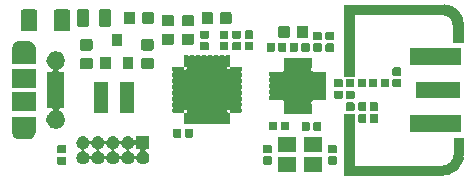
<source format=gbr>
G04 #@! TF.GenerationSoftware,KiCad,Pcbnew,(5.1.5)-3*
G04 #@! TF.CreationDate,2020-05-11T01:57:27+02:00*
G04 #@! TF.ProjectId,STRF,53545246-2e6b-4696-9361-645f70636258,rev?*
G04 #@! TF.SameCoordinates,Original*
G04 #@! TF.FileFunction,Soldermask,Top*
G04 #@! TF.FilePolarity,Negative*
%FSLAX46Y46*%
G04 Gerber Fmt 4.6, Leading zero omitted, Abs format (unit mm)*
G04 Created by KiCad (PCBNEW (5.1.5)-3) date 2020-05-11 01:57:27*
%MOMM*%
%LPD*%
G04 APERTURE LIST*
%ADD10C,0.100000*%
%ADD11C,0.150000*%
%ADD12C,0.120000*%
G04 APERTURE END LIST*
D10*
G36*
X58575000Y-27400000D02*
G01*
X59150000Y-27625000D01*
X59625000Y-28075000D01*
X59825000Y-28500000D01*
X59825000Y-28900000D01*
X59150000Y-28900000D01*
X59125000Y-28725000D01*
X58950000Y-28375000D01*
X58625000Y-28150000D01*
X58250000Y-28025000D01*
X58300000Y-27350000D01*
X58575000Y-27400000D01*
G37*
X58575000Y-27400000D02*
X59150000Y-27625000D01*
X59625000Y-28075000D01*
X59825000Y-28500000D01*
X59825000Y-28900000D01*
X59150000Y-28900000D01*
X59125000Y-28725000D01*
X58950000Y-28375000D01*
X58625000Y-28150000D01*
X58250000Y-28025000D01*
X58300000Y-27350000D01*
X58575000Y-27400000D01*
D11*
X58300000Y-27325000D02*
G75*
G02X59900000Y-28925000I0J-1600000D01*
G01*
D10*
G36*
X59925000Y-30425000D02*
G01*
X59075000Y-30425000D01*
X59075000Y-28950000D01*
X59925000Y-28950000D01*
X59925000Y-30425000D01*
G37*
X59925000Y-30425000D02*
X59075000Y-30425000D01*
X59075000Y-28950000D01*
X59925000Y-28950000D01*
X59925000Y-30425000D01*
D11*
X58200000Y-28075000D02*
G75*
G02X59100000Y-28975000I0J-900000D01*
G01*
D10*
G36*
X59860000Y-40250000D02*
G01*
X59760000Y-40620000D01*
X59390000Y-41200000D01*
X58630000Y-41600000D01*
X58240000Y-41630000D01*
X58250000Y-40980000D01*
X58250000Y-40970000D01*
X58610000Y-40880000D01*
X58980000Y-40580000D01*
X59170000Y-40110000D01*
X59160000Y-40030000D01*
X59850000Y-40020000D01*
X59860000Y-40250000D01*
G37*
X59860000Y-40250000D02*
X59760000Y-40620000D01*
X59390000Y-41200000D01*
X58630000Y-41600000D01*
X58240000Y-41630000D01*
X58250000Y-40980000D01*
X58250000Y-40970000D01*
X58610000Y-40880000D01*
X58980000Y-40580000D01*
X59170000Y-40110000D01*
X59160000Y-40030000D01*
X59850000Y-40020000D01*
X59860000Y-40250000D01*
D12*
X59120000Y-40000000D02*
G75*
G02X58210000Y-40910000I-910000J0D01*
G01*
D10*
G36*
X59910000Y-40000000D02*
G01*
X59110000Y-40000000D01*
X59100000Y-38570000D01*
X59900000Y-38570000D01*
X59910000Y-40000000D01*
G37*
X59910000Y-40000000D02*
X59110000Y-40000000D01*
X59100000Y-38570000D01*
X59900000Y-38570000D01*
X59910000Y-40000000D01*
D12*
X59900000Y-39990000D02*
G75*
G02X58200000Y-41690000I-1700000J0D01*
G01*
D10*
G36*
X50645000Y-37550000D02*
G01*
X50647500Y-37550000D01*
X50652500Y-40900000D01*
X58200000Y-40900000D01*
X58200000Y-41700000D01*
X49855000Y-41700000D01*
X49845000Y-38350000D01*
X49850000Y-38350000D01*
X49850000Y-36500000D01*
X50650000Y-36500000D01*
X50645000Y-37550000D01*
G37*
X50645000Y-37550000D02*
X50647500Y-37550000D01*
X50652500Y-40900000D01*
X58200000Y-40900000D01*
X58200000Y-41700000D01*
X49855000Y-41700000D01*
X49845000Y-38350000D01*
X49850000Y-38350000D01*
X49850000Y-36500000D01*
X50650000Y-36500000D01*
X50645000Y-37550000D01*
G36*
X58300000Y-28100000D02*
G01*
X50650000Y-28100000D01*
X50650000Y-33300000D01*
X49850000Y-33300000D01*
X49850000Y-27300000D01*
X58300000Y-27300000D01*
X58300000Y-28100000D01*
G37*
X58300000Y-28100000D02*
X50650000Y-28100000D01*
X50650000Y-33300000D01*
X49850000Y-33300000D01*
X49850000Y-27300000D01*
X58300000Y-27300000D01*
X58300000Y-28100000D01*
G36*
X47951000Y-41476000D02*
G01*
X46449000Y-41476000D01*
X46449000Y-40174000D01*
X47951000Y-40174000D01*
X47951000Y-41476000D01*
G37*
G36*
X45751000Y-41476000D02*
G01*
X44249000Y-41476000D01*
X44249000Y-40174000D01*
X45751000Y-40174000D01*
X45751000Y-41476000D01*
G37*
G36*
X26206938Y-40131716D02*
G01*
X26227557Y-40137971D01*
X26246553Y-40148124D01*
X26263208Y-40161792D01*
X26276876Y-40178447D01*
X26287029Y-40197443D01*
X26293284Y-40218062D01*
X26296000Y-40245640D01*
X26296000Y-40704360D01*
X26293284Y-40731938D01*
X26287029Y-40752557D01*
X26276876Y-40771553D01*
X26263208Y-40788208D01*
X26246553Y-40801876D01*
X26227557Y-40812029D01*
X26206938Y-40818284D01*
X26179360Y-40821000D01*
X25670640Y-40821000D01*
X25643062Y-40818284D01*
X25622443Y-40812029D01*
X25603447Y-40801876D01*
X25586792Y-40788208D01*
X25573124Y-40771553D01*
X25562971Y-40752557D01*
X25556716Y-40731938D01*
X25554000Y-40704360D01*
X25554000Y-40245640D01*
X25556716Y-40218062D01*
X25562971Y-40197443D01*
X25573124Y-40178447D01*
X25586792Y-40161792D01*
X25603447Y-40148124D01*
X25622443Y-40137971D01*
X25643062Y-40131716D01*
X25670640Y-40129000D01*
X26179360Y-40129000D01*
X26206938Y-40131716D01*
G37*
G36*
X43606938Y-40116716D02*
G01*
X43627557Y-40122971D01*
X43646553Y-40133124D01*
X43663208Y-40146792D01*
X43676876Y-40163447D01*
X43687029Y-40182443D01*
X43693284Y-40203062D01*
X43696000Y-40230640D01*
X43696000Y-40689360D01*
X43693284Y-40716938D01*
X43687029Y-40737557D01*
X43676876Y-40756553D01*
X43663208Y-40773208D01*
X43646553Y-40786876D01*
X43627557Y-40797029D01*
X43606938Y-40803284D01*
X43579360Y-40806000D01*
X43070640Y-40806000D01*
X43043062Y-40803284D01*
X43022443Y-40797029D01*
X43003447Y-40786876D01*
X42986792Y-40773208D01*
X42973124Y-40756553D01*
X42962971Y-40737557D01*
X42956716Y-40716938D01*
X42954000Y-40689360D01*
X42954000Y-40230640D01*
X42956716Y-40203062D01*
X42962971Y-40182443D01*
X42973124Y-40163447D01*
X42986792Y-40146792D01*
X43003447Y-40133124D01*
X43022443Y-40122971D01*
X43043062Y-40116716D01*
X43070640Y-40114000D01*
X43579360Y-40114000D01*
X43606938Y-40116716D01*
G37*
G36*
X49131938Y-40116716D02*
G01*
X49152557Y-40122971D01*
X49171553Y-40133124D01*
X49188208Y-40146792D01*
X49201876Y-40163447D01*
X49212029Y-40182443D01*
X49218284Y-40203062D01*
X49221000Y-40230640D01*
X49221000Y-40689360D01*
X49218284Y-40716938D01*
X49212029Y-40737557D01*
X49201876Y-40756553D01*
X49188208Y-40773208D01*
X49171553Y-40786876D01*
X49152557Y-40797029D01*
X49131938Y-40803284D01*
X49104360Y-40806000D01*
X48595640Y-40806000D01*
X48568062Y-40803284D01*
X48547443Y-40797029D01*
X48528447Y-40786876D01*
X48511792Y-40773208D01*
X48498124Y-40756553D01*
X48487971Y-40737557D01*
X48481716Y-40716938D01*
X48479000Y-40689360D01*
X48479000Y-40230640D01*
X48481716Y-40203062D01*
X48487971Y-40182443D01*
X48498124Y-40163447D01*
X48511792Y-40146792D01*
X48528447Y-40133124D01*
X48547443Y-40122971D01*
X48568062Y-40116716D01*
X48595640Y-40114000D01*
X49104360Y-40114000D01*
X49131938Y-40116716D01*
G37*
G36*
X27880721Y-38420174D02*
G01*
X27980995Y-38461709D01*
X28020653Y-38488208D01*
X28071242Y-38522010D01*
X28147990Y-38598758D01*
X28163665Y-38622218D01*
X28208291Y-38689005D01*
X28239516Y-38764389D01*
X28251067Y-38786000D01*
X28266612Y-38804941D01*
X28285554Y-38820487D01*
X28307165Y-38832038D01*
X28330614Y-38839151D01*
X28355000Y-38841553D01*
X28379386Y-38839151D01*
X28402835Y-38832038D01*
X28424446Y-38820487D01*
X28443387Y-38804942D01*
X28458933Y-38786000D01*
X28470484Y-38764389D01*
X28501709Y-38689005D01*
X28546335Y-38622218D01*
X28562010Y-38598758D01*
X28638758Y-38522010D01*
X28689347Y-38488208D01*
X28729005Y-38461709D01*
X28829279Y-38420174D01*
X28935730Y-38399000D01*
X29044270Y-38399000D01*
X29150721Y-38420174D01*
X29250995Y-38461709D01*
X29290653Y-38488208D01*
X29341242Y-38522010D01*
X29417990Y-38598758D01*
X29433665Y-38622218D01*
X29478291Y-38689005D01*
X29509516Y-38764389D01*
X29521067Y-38786000D01*
X29536612Y-38804941D01*
X29555554Y-38820487D01*
X29577165Y-38832038D01*
X29600614Y-38839151D01*
X29625000Y-38841553D01*
X29649386Y-38839151D01*
X29672835Y-38832038D01*
X29694446Y-38820487D01*
X29713387Y-38804942D01*
X29728933Y-38786000D01*
X29740484Y-38764389D01*
X29771709Y-38689005D01*
X29816335Y-38622218D01*
X29832010Y-38598758D01*
X29908758Y-38522010D01*
X29959347Y-38488208D01*
X29999005Y-38461709D01*
X30099279Y-38420174D01*
X30205730Y-38399000D01*
X30314270Y-38399000D01*
X30420721Y-38420174D01*
X30520995Y-38461709D01*
X30560653Y-38488208D01*
X30611242Y-38522010D01*
X30687990Y-38598758D01*
X30703665Y-38622218D01*
X30748291Y-38689005D01*
X30779516Y-38764389D01*
X30791067Y-38786000D01*
X30806612Y-38804941D01*
X30825554Y-38820487D01*
X30847165Y-38832038D01*
X30870614Y-38839151D01*
X30895000Y-38841553D01*
X30919386Y-38839151D01*
X30942835Y-38832038D01*
X30964446Y-38820487D01*
X30983387Y-38804942D01*
X30998933Y-38786000D01*
X31010484Y-38764389D01*
X31041709Y-38689005D01*
X31086335Y-38622218D01*
X31102010Y-38598758D01*
X31178758Y-38522010D01*
X31229347Y-38488208D01*
X31269005Y-38461709D01*
X31369279Y-38420174D01*
X31475730Y-38399000D01*
X31584270Y-38399000D01*
X31690721Y-38420174D01*
X31790995Y-38461709D01*
X31830653Y-38488208D01*
X31881242Y-38522010D01*
X31957990Y-38598758D01*
X31973665Y-38622218D01*
X32020068Y-38691664D01*
X32035614Y-38710606D01*
X32054556Y-38726151D01*
X32076167Y-38737702D01*
X32099615Y-38744815D01*
X32124002Y-38747217D01*
X32148388Y-38744815D01*
X32171837Y-38737702D01*
X32193447Y-38726151D01*
X32212389Y-38710605D01*
X32227934Y-38691663D01*
X32239485Y-38670052D01*
X32246598Y-38646604D01*
X32249000Y-38622218D01*
X32249000Y-38399000D01*
X33351000Y-38399000D01*
X33351000Y-39501000D01*
X33127782Y-39501000D01*
X33103396Y-39503402D01*
X33079947Y-39510515D01*
X33058336Y-39522066D01*
X33039394Y-39537611D01*
X33023849Y-39556553D01*
X33012298Y-39578164D01*
X33005185Y-39601613D01*
X33002783Y-39625999D01*
X33005185Y-39650385D01*
X33012298Y-39673834D01*
X33023849Y-39695445D01*
X33039394Y-39714387D01*
X33058336Y-39729932D01*
X33106236Y-39761938D01*
X33151242Y-39792010D01*
X33227990Y-39868758D01*
X33227991Y-39868760D01*
X33288291Y-39959005D01*
X33329826Y-40059279D01*
X33351000Y-40165730D01*
X33351000Y-40274270D01*
X33329826Y-40380721D01*
X33288291Y-40480995D01*
X33288290Y-40480996D01*
X33227990Y-40571242D01*
X33151242Y-40647990D01*
X33151227Y-40648000D01*
X33060995Y-40708291D01*
X32960721Y-40749826D01*
X32854270Y-40771000D01*
X32745730Y-40771000D01*
X32639279Y-40749826D01*
X32539005Y-40708291D01*
X32448773Y-40648000D01*
X32448758Y-40647990D01*
X32372010Y-40571242D01*
X32311710Y-40480996D01*
X32311709Y-40480995D01*
X32280484Y-40405611D01*
X32268933Y-40384000D01*
X32253388Y-40365059D01*
X32234446Y-40349513D01*
X32212835Y-40337962D01*
X32189386Y-40330849D01*
X32165000Y-40328447D01*
X32140614Y-40330849D01*
X32117165Y-40337962D01*
X32095554Y-40349513D01*
X32076613Y-40365058D01*
X32061067Y-40384000D01*
X32049516Y-40405611D01*
X32018291Y-40480995D01*
X32018290Y-40480996D01*
X31957990Y-40571242D01*
X31881242Y-40647990D01*
X31881227Y-40648000D01*
X31790995Y-40708291D01*
X31690721Y-40749826D01*
X31584270Y-40771000D01*
X31475730Y-40771000D01*
X31369279Y-40749826D01*
X31269005Y-40708291D01*
X31178773Y-40648000D01*
X31178758Y-40647990D01*
X31102010Y-40571242D01*
X31041710Y-40480996D01*
X31041709Y-40480995D01*
X31010484Y-40405611D01*
X30998933Y-40384000D01*
X30983388Y-40365059D01*
X30964446Y-40349513D01*
X30942835Y-40337962D01*
X30919386Y-40330849D01*
X30895000Y-40328447D01*
X30870614Y-40330849D01*
X30847165Y-40337962D01*
X30825554Y-40349513D01*
X30806613Y-40365058D01*
X30791067Y-40384000D01*
X30779516Y-40405611D01*
X30748291Y-40480995D01*
X30748290Y-40480996D01*
X30687990Y-40571242D01*
X30611242Y-40647990D01*
X30611227Y-40648000D01*
X30520995Y-40708291D01*
X30420721Y-40749826D01*
X30314270Y-40771000D01*
X30205730Y-40771000D01*
X30099279Y-40749826D01*
X29999005Y-40708291D01*
X29908773Y-40648000D01*
X29908758Y-40647990D01*
X29832010Y-40571242D01*
X29771710Y-40480996D01*
X29771709Y-40480995D01*
X29740484Y-40405611D01*
X29728933Y-40384000D01*
X29713388Y-40365059D01*
X29694446Y-40349513D01*
X29672835Y-40337962D01*
X29649386Y-40330849D01*
X29625000Y-40328447D01*
X29600614Y-40330849D01*
X29577165Y-40337962D01*
X29555554Y-40349513D01*
X29536613Y-40365058D01*
X29521067Y-40384000D01*
X29509516Y-40405611D01*
X29478291Y-40480995D01*
X29478290Y-40480996D01*
X29417990Y-40571242D01*
X29341242Y-40647990D01*
X29341227Y-40648000D01*
X29250995Y-40708291D01*
X29150721Y-40749826D01*
X29044270Y-40771000D01*
X28935730Y-40771000D01*
X28829279Y-40749826D01*
X28729005Y-40708291D01*
X28638773Y-40648000D01*
X28638758Y-40647990D01*
X28562010Y-40571242D01*
X28501710Y-40480996D01*
X28501709Y-40480995D01*
X28470484Y-40405611D01*
X28458933Y-40384000D01*
X28443388Y-40365059D01*
X28424446Y-40349513D01*
X28402835Y-40337962D01*
X28379386Y-40330849D01*
X28355000Y-40328447D01*
X28330614Y-40330849D01*
X28307165Y-40337962D01*
X28285554Y-40349513D01*
X28266613Y-40365058D01*
X28251067Y-40384000D01*
X28239516Y-40405611D01*
X28208291Y-40480995D01*
X28208290Y-40480996D01*
X28147990Y-40571242D01*
X28071242Y-40647990D01*
X28071227Y-40648000D01*
X27980995Y-40708291D01*
X27880721Y-40749826D01*
X27774270Y-40771000D01*
X27665730Y-40771000D01*
X27559279Y-40749826D01*
X27459005Y-40708291D01*
X27368773Y-40648000D01*
X27368758Y-40647990D01*
X27292010Y-40571242D01*
X27231710Y-40480996D01*
X27231709Y-40480995D01*
X27190174Y-40380721D01*
X27169000Y-40274270D01*
X27169000Y-40165730D01*
X27190174Y-40059279D01*
X27231709Y-39959005D01*
X27292009Y-39868760D01*
X27292010Y-39868758D01*
X27368758Y-39792010D01*
X27417991Y-39759114D01*
X27459005Y-39731709D01*
X27534389Y-39700484D01*
X27556000Y-39688933D01*
X27574941Y-39673388D01*
X27590487Y-39654446D01*
X27602038Y-39632835D01*
X27609151Y-39609386D01*
X27611553Y-39585000D01*
X27828447Y-39585000D01*
X27830849Y-39609386D01*
X27837962Y-39632835D01*
X27849513Y-39654446D01*
X27865058Y-39673387D01*
X27884000Y-39688933D01*
X27905611Y-39700484D01*
X27980995Y-39731709D01*
X28022009Y-39759114D01*
X28071242Y-39792010D01*
X28147990Y-39868758D01*
X28147991Y-39868760D01*
X28208291Y-39959005D01*
X28239516Y-40034389D01*
X28251067Y-40056000D01*
X28266612Y-40074941D01*
X28285554Y-40090487D01*
X28307165Y-40102038D01*
X28330614Y-40109151D01*
X28355000Y-40111553D01*
X28379386Y-40109151D01*
X28402835Y-40102038D01*
X28424446Y-40090487D01*
X28443387Y-40074942D01*
X28458933Y-40056000D01*
X28470484Y-40034389D01*
X28501709Y-39959005D01*
X28562009Y-39868760D01*
X28562010Y-39868758D01*
X28638758Y-39792010D01*
X28687991Y-39759114D01*
X28729005Y-39731709D01*
X28804389Y-39700484D01*
X28826000Y-39688933D01*
X28844941Y-39673388D01*
X28860487Y-39654446D01*
X28872038Y-39632835D01*
X28879151Y-39609386D01*
X28881553Y-39585000D01*
X29098447Y-39585000D01*
X29100849Y-39609386D01*
X29107962Y-39632835D01*
X29119513Y-39654446D01*
X29135058Y-39673387D01*
X29154000Y-39688933D01*
X29175611Y-39700484D01*
X29250995Y-39731709D01*
X29292009Y-39759114D01*
X29341242Y-39792010D01*
X29417990Y-39868758D01*
X29417991Y-39868760D01*
X29478291Y-39959005D01*
X29509516Y-40034389D01*
X29521067Y-40056000D01*
X29536612Y-40074941D01*
X29555554Y-40090487D01*
X29577165Y-40102038D01*
X29600614Y-40109151D01*
X29625000Y-40111553D01*
X29649386Y-40109151D01*
X29672835Y-40102038D01*
X29694446Y-40090487D01*
X29713387Y-40074942D01*
X29728933Y-40056000D01*
X29740484Y-40034389D01*
X29771709Y-39959005D01*
X29832009Y-39868760D01*
X29832010Y-39868758D01*
X29908758Y-39792010D01*
X29957991Y-39759114D01*
X29999005Y-39731709D01*
X30074389Y-39700484D01*
X30096000Y-39688933D01*
X30114941Y-39673388D01*
X30130487Y-39654446D01*
X30142038Y-39632835D01*
X30149151Y-39609386D01*
X30151553Y-39585000D01*
X30368447Y-39585000D01*
X30370849Y-39609386D01*
X30377962Y-39632835D01*
X30389513Y-39654446D01*
X30405058Y-39673387D01*
X30424000Y-39688933D01*
X30445611Y-39700484D01*
X30520995Y-39731709D01*
X30562009Y-39759114D01*
X30611242Y-39792010D01*
X30687990Y-39868758D01*
X30687991Y-39868760D01*
X30748291Y-39959005D01*
X30779516Y-40034389D01*
X30791067Y-40056000D01*
X30806612Y-40074941D01*
X30825554Y-40090487D01*
X30847165Y-40102038D01*
X30870614Y-40109151D01*
X30895000Y-40111553D01*
X30919386Y-40109151D01*
X30942835Y-40102038D01*
X30964446Y-40090487D01*
X30983387Y-40074942D01*
X30998933Y-40056000D01*
X31010484Y-40034389D01*
X31041709Y-39959005D01*
X31102009Y-39868760D01*
X31102010Y-39868758D01*
X31178758Y-39792010D01*
X31227991Y-39759114D01*
X31269005Y-39731709D01*
X31344389Y-39700484D01*
X31366000Y-39688933D01*
X31384941Y-39673388D01*
X31400487Y-39654446D01*
X31412038Y-39632835D01*
X31419151Y-39609386D01*
X31421553Y-39585000D01*
X31638447Y-39585000D01*
X31640849Y-39609386D01*
X31647962Y-39632835D01*
X31659513Y-39654446D01*
X31675058Y-39673387D01*
X31694000Y-39688933D01*
X31715611Y-39700484D01*
X31790995Y-39731709D01*
X31832009Y-39759114D01*
X31881242Y-39792010D01*
X31957990Y-39868758D01*
X31957991Y-39868760D01*
X32018291Y-39959005D01*
X32049516Y-40034389D01*
X32061067Y-40056000D01*
X32076612Y-40074941D01*
X32095554Y-40090487D01*
X32117165Y-40102038D01*
X32140614Y-40109151D01*
X32165000Y-40111553D01*
X32189386Y-40109151D01*
X32212835Y-40102038D01*
X32234446Y-40090487D01*
X32253387Y-40074942D01*
X32268933Y-40056000D01*
X32280484Y-40034389D01*
X32311709Y-39959005D01*
X32372009Y-39868760D01*
X32372010Y-39868758D01*
X32448758Y-39792010D01*
X32493764Y-39761938D01*
X32541664Y-39729932D01*
X32560606Y-39714386D01*
X32576151Y-39695444D01*
X32587702Y-39673833D01*
X32594815Y-39650385D01*
X32597217Y-39625998D01*
X32594815Y-39601612D01*
X32587702Y-39578163D01*
X32576151Y-39556553D01*
X32560605Y-39537611D01*
X32541663Y-39522066D01*
X32520052Y-39510515D01*
X32496604Y-39503402D01*
X32472218Y-39501000D01*
X32249000Y-39501000D01*
X32249000Y-39277782D01*
X32246598Y-39253396D01*
X32239485Y-39229947D01*
X32227934Y-39208336D01*
X32212389Y-39189394D01*
X32193447Y-39173849D01*
X32171836Y-39162298D01*
X32148387Y-39155185D01*
X32124001Y-39152783D01*
X32099615Y-39155185D01*
X32076166Y-39162298D01*
X32054555Y-39173849D01*
X32035613Y-39189394D01*
X32020068Y-39208336D01*
X31985119Y-39260640D01*
X31957990Y-39301242D01*
X31881242Y-39377990D01*
X31835812Y-39408345D01*
X31790995Y-39438291D01*
X31715611Y-39469516D01*
X31694000Y-39481067D01*
X31675059Y-39496612D01*
X31659513Y-39515554D01*
X31647962Y-39537165D01*
X31640849Y-39560614D01*
X31638447Y-39585000D01*
X31421553Y-39585000D01*
X31419151Y-39560614D01*
X31412038Y-39537165D01*
X31400487Y-39515554D01*
X31384942Y-39496613D01*
X31366000Y-39481067D01*
X31344389Y-39469516D01*
X31269005Y-39438291D01*
X31224188Y-39408345D01*
X31178758Y-39377990D01*
X31102010Y-39301242D01*
X31068303Y-39250796D01*
X31041709Y-39210995D01*
X31010484Y-39135611D01*
X30998933Y-39114000D01*
X30983388Y-39095059D01*
X30964446Y-39079513D01*
X30942835Y-39067962D01*
X30919386Y-39060849D01*
X30895000Y-39058447D01*
X30870614Y-39060849D01*
X30847165Y-39067962D01*
X30825554Y-39079513D01*
X30806613Y-39095058D01*
X30791067Y-39114000D01*
X30779516Y-39135611D01*
X30748291Y-39210995D01*
X30721697Y-39250796D01*
X30687990Y-39301242D01*
X30611242Y-39377990D01*
X30565812Y-39408345D01*
X30520995Y-39438291D01*
X30445611Y-39469516D01*
X30424000Y-39481067D01*
X30405059Y-39496612D01*
X30389513Y-39515554D01*
X30377962Y-39537165D01*
X30370849Y-39560614D01*
X30368447Y-39585000D01*
X30151553Y-39585000D01*
X30149151Y-39560614D01*
X30142038Y-39537165D01*
X30130487Y-39515554D01*
X30114942Y-39496613D01*
X30096000Y-39481067D01*
X30074389Y-39469516D01*
X29999005Y-39438291D01*
X29954188Y-39408345D01*
X29908758Y-39377990D01*
X29832010Y-39301242D01*
X29798303Y-39250796D01*
X29771709Y-39210995D01*
X29740484Y-39135611D01*
X29728933Y-39114000D01*
X29713388Y-39095059D01*
X29694446Y-39079513D01*
X29672835Y-39067962D01*
X29649386Y-39060849D01*
X29625000Y-39058447D01*
X29600614Y-39060849D01*
X29577165Y-39067962D01*
X29555554Y-39079513D01*
X29536613Y-39095058D01*
X29521067Y-39114000D01*
X29509516Y-39135611D01*
X29478291Y-39210995D01*
X29451697Y-39250796D01*
X29417990Y-39301242D01*
X29341242Y-39377990D01*
X29295812Y-39408345D01*
X29250995Y-39438291D01*
X29175611Y-39469516D01*
X29154000Y-39481067D01*
X29135059Y-39496612D01*
X29119513Y-39515554D01*
X29107962Y-39537165D01*
X29100849Y-39560614D01*
X29098447Y-39585000D01*
X28881553Y-39585000D01*
X28879151Y-39560614D01*
X28872038Y-39537165D01*
X28860487Y-39515554D01*
X28844942Y-39496613D01*
X28826000Y-39481067D01*
X28804389Y-39469516D01*
X28729005Y-39438291D01*
X28684188Y-39408345D01*
X28638758Y-39377990D01*
X28562010Y-39301242D01*
X28528303Y-39250796D01*
X28501709Y-39210995D01*
X28470484Y-39135611D01*
X28458933Y-39114000D01*
X28443388Y-39095059D01*
X28424446Y-39079513D01*
X28402835Y-39067962D01*
X28379386Y-39060849D01*
X28355000Y-39058447D01*
X28330614Y-39060849D01*
X28307165Y-39067962D01*
X28285554Y-39079513D01*
X28266613Y-39095058D01*
X28251067Y-39114000D01*
X28239516Y-39135611D01*
X28208291Y-39210995D01*
X28181697Y-39250796D01*
X28147990Y-39301242D01*
X28071242Y-39377990D01*
X28025812Y-39408345D01*
X27980995Y-39438291D01*
X27905611Y-39469516D01*
X27884000Y-39481067D01*
X27865059Y-39496612D01*
X27849513Y-39515554D01*
X27837962Y-39537165D01*
X27830849Y-39560614D01*
X27828447Y-39585000D01*
X27611553Y-39585000D01*
X27609151Y-39560614D01*
X27602038Y-39537165D01*
X27590487Y-39515554D01*
X27574942Y-39496613D01*
X27556000Y-39481067D01*
X27534389Y-39469516D01*
X27459005Y-39438291D01*
X27414188Y-39408345D01*
X27368758Y-39377990D01*
X27292010Y-39301242D01*
X27258303Y-39250796D01*
X27231709Y-39210995D01*
X27190174Y-39110721D01*
X27169000Y-39004270D01*
X27169000Y-38895730D01*
X27190174Y-38789279D01*
X27231709Y-38689005D01*
X27276335Y-38622218D01*
X27292010Y-38598758D01*
X27368758Y-38522010D01*
X27419347Y-38488208D01*
X27459005Y-38461709D01*
X27559279Y-38420174D01*
X27665730Y-38399000D01*
X27774270Y-38399000D01*
X27880721Y-38420174D01*
G37*
G36*
X26206938Y-39161716D02*
G01*
X26227557Y-39167971D01*
X26246553Y-39178124D01*
X26263208Y-39191792D01*
X26276876Y-39208447D01*
X26287029Y-39227443D01*
X26293284Y-39248062D01*
X26296000Y-39275640D01*
X26296000Y-39734360D01*
X26293284Y-39761938D01*
X26287029Y-39782557D01*
X26276876Y-39801553D01*
X26263208Y-39818208D01*
X26246553Y-39831876D01*
X26227557Y-39842029D01*
X26206938Y-39848284D01*
X26179360Y-39851000D01*
X25670640Y-39851000D01*
X25643062Y-39848284D01*
X25622443Y-39842029D01*
X25603447Y-39831876D01*
X25586792Y-39818208D01*
X25573124Y-39801553D01*
X25562971Y-39782557D01*
X25556716Y-39761938D01*
X25554000Y-39734360D01*
X25554000Y-39275640D01*
X25556716Y-39248062D01*
X25562971Y-39227443D01*
X25573124Y-39208447D01*
X25586792Y-39191792D01*
X25603447Y-39178124D01*
X25622443Y-39167971D01*
X25643062Y-39161716D01*
X25670640Y-39159000D01*
X26179360Y-39159000D01*
X26206938Y-39161716D01*
G37*
G36*
X43606938Y-39146716D02*
G01*
X43627557Y-39152971D01*
X43646553Y-39163124D01*
X43663208Y-39176792D01*
X43676876Y-39193447D01*
X43687029Y-39212443D01*
X43693284Y-39233062D01*
X43696000Y-39260640D01*
X43696000Y-39719360D01*
X43693284Y-39746938D01*
X43687029Y-39767557D01*
X43676876Y-39786553D01*
X43663208Y-39803208D01*
X43646553Y-39816876D01*
X43627557Y-39827029D01*
X43606938Y-39833284D01*
X43579360Y-39836000D01*
X43070640Y-39836000D01*
X43043062Y-39833284D01*
X43022443Y-39827029D01*
X43003447Y-39816876D01*
X42986792Y-39803208D01*
X42973124Y-39786553D01*
X42962971Y-39767557D01*
X42956716Y-39746938D01*
X42954000Y-39719360D01*
X42954000Y-39260640D01*
X42956716Y-39233062D01*
X42962971Y-39212443D01*
X42973124Y-39193447D01*
X42986792Y-39176792D01*
X43003447Y-39163124D01*
X43022443Y-39152971D01*
X43043062Y-39146716D01*
X43070640Y-39144000D01*
X43579360Y-39144000D01*
X43606938Y-39146716D01*
G37*
G36*
X49131938Y-39146716D02*
G01*
X49152557Y-39152971D01*
X49171553Y-39163124D01*
X49188208Y-39176792D01*
X49201876Y-39193447D01*
X49212029Y-39212443D01*
X49218284Y-39233062D01*
X49221000Y-39260640D01*
X49221000Y-39719360D01*
X49218284Y-39746938D01*
X49212029Y-39767557D01*
X49201876Y-39786553D01*
X49188208Y-39803208D01*
X49171553Y-39816876D01*
X49152557Y-39827029D01*
X49131938Y-39833284D01*
X49104360Y-39836000D01*
X48595640Y-39836000D01*
X48568062Y-39833284D01*
X48547443Y-39827029D01*
X48528447Y-39816876D01*
X48511792Y-39803208D01*
X48498124Y-39786553D01*
X48487971Y-39767557D01*
X48481716Y-39746938D01*
X48479000Y-39719360D01*
X48479000Y-39260640D01*
X48481716Y-39233062D01*
X48487971Y-39212443D01*
X48498124Y-39193447D01*
X48511792Y-39176792D01*
X48528447Y-39163124D01*
X48547443Y-39152971D01*
X48568062Y-39146716D01*
X48595640Y-39144000D01*
X49104360Y-39144000D01*
X49131938Y-39146716D01*
G37*
G36*
X47951000Y-39776000D02*
G01*
X46449000Y-39776000D01*
X46449000Y-38474000D01*
X47951000Y-38474000D01*
X47951000Y-39776000D01*
G37*
G36*
X45751000Y-39776000D02*
G01*
X44249000Y-39776000D01*
X44249000Y-38474000D01*
X45751000Y-38474000D01*
X45751000Y-39776000D01*
G37*
G36*
X23713500Y-37961886D02*
G01*
X23714102Y-37974138D01*
X23716649Y-38000000D01*
X23714102Y-38025862D01*
X23713500Y-38038114D01*
X23713500Y-38111406D01*
X23704543Y-38128164D01*
X23700415Y-38139701D01*
X23674632Y-38224693D01*
X23666854Y-38250336D01*
X23606406Y-38363425D01*
X23525054Y-38462554D01*
X23425925Y-38543906D01*
X23312836Y-38604354D01*
X23280904Y-38614040D01*
X23190118Y-38641580D01*
X23139107Y-38646604D01*
X23094474Y-38651000D01*
X22330526Y-38651000D01*
X22285893Y-38646604D01*
X22234882Y-38641580D01*
X22144096Y-38614040D01*
X22112164Y-38604354D01*
X21999075Y-38543906D01*
X21899946Y-38462554D01*
X21818594Y-38363425D01*
X21758146Y-38250336D01*
X21750368Y-38224693D01*
X21724587Y-38139708D01*
X21715213Y-38117075D01*
X21711500Y-38111518D01*
X21711500Y-38038114D01*
X21710898Y-38025862D01*
X21708351Y-38000000D01*
X21710898Y-37974138D01*
X21711500Y-37961886D01*
X21711500Y-36749000D01*
X23713500Y-36749000D01*
X23713500Y-37961886D01*
G37*
G36*
X35971938Y-37781716D02*
G01*
X35992557Y-37787971D01*
X36011553Y-37798124D01*
X36028208Y-37811792D01*
X36041876Y-37828447D01*
X36052029Y-37847443D01*
X36058284Y-37868062D01*
X36061000Y-37895640D01*
X36061000Y-38404360D01*
X36058284Y-38431938D01*
X36052029Y-38452557D01*
X36041876Y-38471553D01*
X36028208Y-38488208D01*
X36011553Y-38501876D01*
X35992557Y-38512029D01*
X35971938Y-38518284D01*
X35944360Y-38521000D01*
X35485640Y-38521000D01*
X35458062Y-38518284D01*
X35437443Y-38512029D01*
X35418447Y-38501876D01*
X35401792Y-38488208D01*
X35388124Y-38471553D01*
X35377971Y-38452557D01*
X35371716Y-38431938D01*
X35369000Y-38404360D01*
X35369000Y-37895640D01*
X35371716Y-37868062D01*
X35377971Y-37847443D01*
X35388124Y-37828447D01*
X35401792Y-37811792D01*
X35418447Y-37798124D01*
X35437443Y-37787971D01*
X35458062Y-37781716D01*
X35485640Y-37779000D01*
X35944360Y-37779000D01*
X35971938Y-37781716D01*
G37*
G36*
X36941938Y-37781716D02*
G01*
X36962557Y-37787971D01*
X36981553Y-37798124D01*
X36998208Y-37811792D01*
X37011876Y-37828447D01*
X37022029Y-37847443D01*
X37028284Y-37868062D01*
X37031000Y-37895640D01*
X37031000Y-38404360D01*
X37028284Y-38431938D01*
X37022029Y-38452557D01*
X37011876Y-38471553D01*
X36998208Y-38488208D01*
X36981553Y-38501876D01*
X36962557Y-38512029D01*
X36941938Y-38518284D01*
X36914360Y-38521000D01*
X36455640Y-38521000D01*
X36428062Y-38518284D01*
X36407443Y-38512029D01*
X36388447Y-38501876D01*
X36371792Y-38488208D01*
X36358124Y-38471553D01*
X36347971Y-38452557D01*
X36341716Y-38431938D01*
X36339000Y-38404360D01*
X36339000Y-37895640D01*
X36341716Y-37868062D01*
X36347971Y-37847443D01*
X36358124Y-37828447D01*
X36371792Y-37811792D01*
X36388447Y-37798124D01*
X36407443Y-37787971D01*
X36428062Y-37781716D01*
X36455640Y-37779000D01*
X36914360Y-37779000D01*
X36941938Y-37781716D01*
G37*
G36*
X59751000Y-38051000D02*
G01*
X55449000Y-38051000D01*
X55449000Y-36599000D01*
X59751000Y-36599000D01*
X59751000Y-38051000D01*
G37*
G36*
X47816938Y-37206716D02*
G01*
X47837557Y-37212971D01*
X47856553Y-37223124D01*
X47873208Y-37236792D01*
X47886876Y-37253447D01*
X47897029Y-37272443D01*
X47903284Y-37293062D01*
X47906000Y-37320640D01*
X47906000Y-37829360D01*
X47903284Y-37856938D01*
X47897029Y-37877557D01*
X47886876Y-37896553D01*
X47873208Y-37913208D01*
X47856553Y-37926876D01*
X47837557Y-37937029D01*
X47816938Y-37943284D01*
X47789360Y-37946000D01*
X47330640Y-37946000D01*
X47303062Y-37943284D01*
X47282443Y-37937029D01*
X47263447Y-37926876D01*
X47246792Y-37913208D01*
X47233124Y-37896553D01*
X47222971Y-37877557D01*
X47216716Y-37856938D01*
X47214000Y-37829360D01*
X47214000Y-37320640D01*
X47216716Y-37293062D01*
X47222971Y-37272443D01*
X47233124Y-37253447D01*
X47246792Y-37236792D01*
X47263447Y-37223124D01*
X47282443Y-37212971D01*
X47303062Y-37206716D01*
X47330640Y-37204000D01*
X47789360Y-37204000D01*
X47816938Y-37206716D01*
G37*
G36*
X46846938Y-37206716D02*
G01*
X46867557Y-37212971D01*
X46886553Y-37223124D01*
X46903208Y-37236792D01*
X46916876Y-37253447D01*
X46927029Y-37272443D01*
X46933284Y-37293062D01*
X46936000Y-37320640D01*
X46936000Y-37829360D01*
X46933284Y-37856938D01*
X46927029Y-37877557D01*
X46916876Y-37896553D01*
X46903208Y-37913208D01*
X46886553Y-37926876D01*
X46867557Y-37937029D01*
X46846938Y-37943284D01*
X46819360Y-37946000D01*
X46360640Y-37946000D01*
X46333062Y-37943284D01*
X46312443Y-37937029D01*
X46293447Y-37926876D01*
X46276792Y-37913208D01*
X46263124Y-37896553D01*
X46252971Y-37877557D01*
X46246716Y-37856938D01*
X46244000Y-37829360D01*
X46244000Y-37320640D01*
X46246716Y-37293062D01*
X46252971Y-37272443D01*
X46263124Y-37253447D01*
X46276792Y-37236792D01*
X46293447Y-37223124D01*
X46312443Y-37212971D01*
X46333062Y-37206716D01*
X46360640Y-37204000D01*
X46819360Y-37204000D01*
X46846938Y-37206716D01*
G37*
G36*
X44086938Y-37181716D02*
G01*
X44107557Y-37187971D01*
X44126553Y-37198124D01*
X44143208Y-37211792D01*
X44156876Y-37228447D01*
X44167029Y-37247443D01*
X44173284Y-37268062D01*
X44176000Y-37295640D01*
X44176000Y-37804360D01*
X44173284Y-37831938D01*
X44167029Y-37852557D01*
X44156876Y-37871553D01*
X44143208Y-37888208D01*
X44126553Y-37901876D01*
X44107557Y-37912029D01*
X44086938Y-37918284D01*
X44059360Y-37921000D01*
X43600640Y-37921000D01*
X43573062Y-37918284D01*
X43552443Y-37912029D01*
X43533447Y-37901876D01*
X43516792Y-37888208D01*
X43503124Y-37871553D01*
X43492971Y-37852557D01*
X43486716Y-37831938D01*
X43484000Y-37804360D01*
X43484000Y-37295640D01*
X43486716Y-37268062D01*
X43492971Y-37247443D01*
X43503124Y-37228447D01*
X43516792Y-37211792D01*
X43533447Y-37198124D01*
X43552443Y-37187971D01*
X43573062Y-37181716D01*
X43600640Y-37179000D01*
X44059360Y-37179000D01*
X44086938Y-37181716D01*
G37*
G36*
X45056938Y-37181716D02*
G01*
X45077557Y-37187971D01*
X45096553Y-37198124D01*
X45113208Y-37211792D01*
X45126876Y-37228447D01*
X45137029Y-37247443D01*
X45143284Y-37268062D01*
X45146000Y-37295640D01*
X45146000Y-37804360D01*
X45143284Y-37831938D01*
X45137029Y-37852557D01*
X45126876Y-37871553D01*
X45113208Y-37888208D01*
X45096553Y-37901876D01*
X45077557Y-37912029D01*
X45056938Y-37918284D01*
X45029360Y-37921000D01*
X44570640Y-37921000D01*
X44543062Y-37918284D01*
X44522443Y-37912029D01*
X44503447Y-37901876D01*
X44486792Y-37888208D01*
X44473124Y-37871553D01*
X44462971Y-37852557D01*
X44456716Y-37831938D01*
X44454000Y-37804360D01*
X44454000Y-37295640D01*
X44456716Y-37268062D01*
X44462971Y-37247443D01*
X44473124Y-37228447D01*
X44486792Y-37211792D01*
X44503447Y-37198124D01*
X44522443Y-37187971D01*
X44543062Y-37181716D01*
X44570640Y-37179000D01*
X45029360Y-37179000D01*
X45056938Y-37181716D01*
G37*
G36*
X25638848Y-31253820D02*
G01*
X25638850Y-31253821D01*
X25638851Y-31253821D01*
X25780074Y-31312317D01*
X25780077Y-31312319D01*
X25907169Y-31397239D01*
X26015261Y-31505331D01*
X26091768Y-31619832D01*
X26100183Y-31632426D01*
X26157537Y-31770893D01*
X26158680Y-31773652D01*
X26185260Y-31907280D01*
X26188500Y-31923571D01*
X26188500Y-32076429D01*
X26158679Y-32226351D01*
X26100183Y-32367574D01*
X26100181Y-32367577D01*
X26015261Y-32494669D01*
X25907169Y-32602761D01*
X25832814Y-32652443D01*
X25780074Y-32687683D01*
X25729772Y-32708519D01*
X25708164Y-32720068D01*
X25689222Y-32735614D01*
X25673677Y-32754556D01*
X25662126Y-32776166D01*
X25655013Y-32799615D01*
X25652611Y-32824001D01*
X25655013Y-32848387D01*
X25662126Y-32871836D01*
X25673677Y-32893447D01*
X25689223Y-32912389D01*
X25708165Y-32927934D01*
X25729775Y-32939485D01*
X25753224Y-32946598D01*
X25777610Y-32949000D01*
X26138500Y-32949000D01*
X26138500Y-36051000D01*
X25777610Y-36051000D01*
X25753224Y-36053402D01*
X25729775Y-36060515D01*
X25708164Y-36072066D01*
X25689222Y-36087611D01*
X25673677Y-36106553D01*
X25662126Y-36128164D01*
X25655013Y-36151613D01*
X25652611Y-36175999D01*
X25655013Y-36200385D01*
X25662126Y-36223834D01*
X25673677Y-36245445D01*
X25689222Y-36264387D01*
X25708164Y-36279932D01*
X25729772Y-36291481D01*
X25780074Y-36312317D01*
X25780075Y-36312318D01*
X25907169Y-36397239D01*
X26015261Y-36505331D01*
X26090585Y-36618062D01*
X26100183Y-36632426D01*
X26105656Y-36645640D01*
X26158680Y-36773652D01*
X26188500Y-36923569D01*
X26188500Y-37076431D01*
X26159634Y-37221553D01*
X26158679Y-37226351D01*
X26100183Y-37367574D01*
X26100181Y-37367577D01*
X26015261Y-37494669D01*
X25907169Y-37602761D01*
X25856564Y-37636574D01*
X25780074Y-37687683D01*
X25638851Y-37746179D01*
X25638850Y-37746179D01*
X25638848Y-37746180D01*
X25488931Y-37776000D01*
X25336069Y-37776000D01*
X25186152Y-37746180D01*
X25186150Y-37746179D01*
X25186149Y-37746179D01*
X25044926Y-37687683D01*
X24968436Y-37636574D01*
X24917831Y-37602761D01*
X24809739Y-37494669D01*
X24724819Y-37367577D01*
X24724817Y-37367574D01*
X24666321Y-37226351D01*
X24665367Y-37221553D01*
X24636500Y-37076431D01*
X24636500Y-36923569D01*
X24666320Y-36773652D01*
X24719344Y-36645640D01*
X24724817Y-36632426D01*
X24734415Y-36618062D01*
X24809739Y-36505331D01*
X24917831Y-36397239D01*
X25044925Y-36312318D01*
X25044926Y-36312317D01*
X25095228Y-36291481D01*
X25116836Y-36279932D01*
X25135778Y-36264386D01*
X25151323Y-36245444D01*
X25162874Y-36223834D01*
X25169987Y-36200385D01*
X25172389Y-36175999D01*
X25169987Y-36151613D01*
X25162874Y-36128164D01*
X25151323Y-36106553D01*
X25135777Y-36087611D01*
X25116835Y-36072066D01*
X25095225Y-36060515D01*
X25071776Y-36053402D01*
X25047390Y-36051000D01*
X24686500Y-36051000D01*
X24686500Y-32949000D01*
X25047390Y-32949000D01*
X25071776Y-32946598D01*
X25095225Y-32939485D01*
X25116836Y-32927934D01*
X25135778Y-32912389D01*
X25151323Y-32893447D01*
X25162874Y-32871836D01*
X25169987Y-32848387D01*
X25172389Y-32824001D01*
X25169987Y-32799615D01*
X25162874Y-32776166D01*
X25151323Y-32754555D01*
X25135778Y-32735613D01*
X25116836Y-32720068D01*
X25095228Y-32708519D01*
X25044926Y-32687683D01*
X24992186Y-32652443D01*
X24917831Y-32602761D01*
X24809739Y-32494669D01*
X24724819Y-32367577D01*
X24724817Y-32367574D01*
X24666321Y-32226351D01*
X24636500Y-32076429D01*
X24636500Y-31923571D01*
X24639740Y-31907280D01*
X24666320Y-31773652D01*
X24667463Y-31770893D01*
X24724817Y-31632426D01*
X24733232Y-31619832D01*
X24809739Y-31505331D01*
X24917831Y-31397239D01*
X25044923Y-31312319D01*
X25044926Y-31312317D01*
X25186149Y-31253821D01*
X25186150Y-31253821D01*
X25186152Y-31253820D01*
X25336069Y-31224000D01*
X25488931Y-31224000D01*
X25638848Y-31253820D01*
G37*
G36*
X36630355Y-31550083D02*
G01*
X36635029Y-31551501D01*
X36639330Y-31553800D01*
X36645702Y-31559029D01*
X36666076Y-31572643D01*
X36688715Y-31582020D01*
X36712749Y-31586800D01*
X36737253Y-31586800D01*
X36761286Y-31582019D01*
X36783925Y-31572642D01*
X36804298Y-31559029D01*
X36810670Y-31553800D01*
X36814971Y-31551501D01*
X36819645Y-31550083D01*
X36830641Y-31549000D01*
X37119359Y-31549000D01*
X37130355Y-31550083D01*
X37135029Y-31551501D01*
X37139330Y-31553800D01*
X37145702Y-31559029D01*
X37166076Y-31572643D01*
X37188715Y-31582020D01*
X37212749Y-31586800D01*
X37237253Y-31586800D01*
X37261286Y-31582019D01*
X37283925Y-31572642D01*
X37304298Y-31559029D01*
X37310670Y-31553800D01*
X37314971Y-31551501D01*
X37319645Y-31550083D01*
X37330641Y-31549000D01*
X37619359Y-31549000D01*
X37630355Y-31550083D01*
X37635029Y-31551501D01*
X37639330Y-31553800D01*
X37645702Y-31559029D01*
X37666076Y-31572643D01*
X37688715Y-31582020D01*
X37712749Y-31586800D01*
X37737253Y-31586800D01*
X37761286Y-31582019D01*
X37783925Y-31572642D01*
X37804298Y-31559029D01*
X37810670Y-31553800D01*
X37814971Y-31551501D01*
X37819645Y-31550083D01*
X37830641Y-31549000D01*
X38119359Y-31549000D01*
X38130355Y-31550083D01*
X38135029Y-31551501D01*
X38139330Y-31553800D01*
X38145702Y-31559029D01*
X38166076Y-31572643D01*
X38188715Y-31582020D01*
X38212749Y-31586800D01*
X38237253Y-31586800D01*
X38261286Y-31582019D01*
X38283925Y-31572642D01*
X38304298Y-31559029D01*
X38310670Y-31553800D01*
X38314971Y-31551501D01*
X38319645Y-31550083D01*
X38330641Y-31549000D01*
X38619359Y-31549000D01*
X38630355Y-31550083D01*
X38635029Y-31551501D01*
X38639330Y-31553800D01*
X38645702Y-31559029D01*
X38666076Y-31572643D01*
X38688715Y-31582020D01*
X38712749Y-31586800D01*
X38737253Y-31586800D01*
X38761286Y-31582019D01*
X38783925Y-31572642D01*
X38804298Y-31559029D01*
X38810670Y-31553800D01*
X38814971Y-31551501D01*
X38819645Y-31550083D01*
X38830641Y-31549000D01*
X39119359Y-31549000D01*
X39130355Y-31550083D01*
X39135029Y-31551501D01*
X39139330Y-31553800D01*
X39145702Y-31559029D01*
X39166076Y-31572643D01*
X39188715Y-31582020D01*
X39212749Y-31586800D01*
X39237253Y-31586800D01*
X39261286Y-31582019D01*
X39283925Y-31572642D01*
X39304298Y-31559029D01*
X39310670Y-31553800D01*
X39314971Y-31551501D01*
X39319645Y-31550083D01*
X39330641Y-31549000D01*
X39619359Y-31549000D01*
X39630355Y-31550083D01*
X39635029Y-31551501D01*
X39639330Y-31553800D01*
X39645702Y-31559029D01*
X39666076Y-31572643D01*
X39688715Y-31582020D01*
X39712749Y-31586800D01*
X39737253Y-31586800D01*
X39761286Y-31582019D01*
X39783925Y-31572642D01*
X39804298Y-31559029D01*
X39810670Y-31553800D01*
X39814971Y-31551501D01*
X39819645Y-31550083D01*
X39830641Y-31549000D01*
X40119359Y-31549000D01*
X40130355Y-31550083D01*
X40135029Y-31551501D01*
X40139331Y-31553800D01*
X40143104Y-31556896D01*
X40146200Y-31560669D01*
X40148499Y-31564971D01*
X40149917Y-31569645D01*
X40151000Y-31580641D01*
X40151000Y-32424001D01*
X40153402Y-32448387D01*
X40160515Y-32471836D01*
X40172066Y-32493447D01*
X40187611Y-32512389D01*
X40206553Y-32527934D01*
X40228164Y-32539485D01*
X40251613Y-32546598D01*
X40275999Y-32549000D01*
X41119359Y-32549000D01*
X41130355Y-32550083D01*
X41135029Y-32551501D01*
X41139331Y-32553800D01*
X41143104Y-32556896D01*
X41146200Y-32560669D01*
X41148499Y-32564971D01*
X41149917Y-32569645D01*
X41151000Y-32580641D01*
X41151000Y-32869359D01*
X41149917Y-32880355D01*
X41148499Y-32885029D01*
X41146200Y-32889330D01*
X41140971Y-32895702D01*
X41127357Y-32916076D01*
X41117980Y-32938715D01*
X41113200Y-32962749D01*
X41113200Y-32987253D01*
X41117981Y-33011286D01*
X41127358Y-33033925D01*
X41140971Y-33054298D01*
X41146200Y-33060670D01*
X41148499Y-33064971D01*
X41149917Y-33069645D01*
X41151000Y-33080641D01*
X41151000Y-33369359D01*
X41149917Y-33380355D01*
X41148499Y-33385029D01*
X41146200Y-33389330D01*
X41140971Y-33395702D01*
X41127357Y-33416076D01*
X41117980Y-33438715D01*
X41113200Y-33462749D01*
X41113200Y-33487253D01*
X41117981Y-33511286D01*
X41127358Y-33533925D01*
X41140971Y-33554298D01*
X41146200Y-33560670D01*
X41148499Y-33564971D01*
X41149917Y-33569645D01*
X41151000Y-33580641D01*
X41151000Y-33869359D01*
X41149917Y-33880355D01*
X41148499Y-33885029D01*
X41146200Y-33889330D01*
X41140971Y-33895702D01*
X41127357Y-33916076D01*
X41117980Y-33938715D01*
X41113200Y-33962749D01*
X41113200Y-33987253D01*
X41117981Y-34011286D01*
X41127358Y-34033925D01*
X41140971Y-34054298D01*
X41146200Y-34060670D01*
X41148499Y-34064971D01*
X41149917Y-34069645D01*
X41151000Y-34080641D01*
X41151000Y-34369359D01*
X41149917Y-34380355D01*
X41148499Y-34385029D01*
X41146200Y-34389330D01*
X41140971Y-34395702D01*
X41127357Y-34416076D01*
X41117980Y-34438715D01*
X41113200Y-34462749D01*
X41113200Y-34487253D01*
X41117981Y-34511286D01*
X41127358Y-34533925D01*
X41140971Y-34554298D01*
X41146200Y-34560670D01*
X41148499Y-34564971D01*
X41149917Y-34569645D01*
X41151000Y-34580641D01*
X41151000Y-34869359D01*
X41149917Y-34880355D01*
X41148499Y-34885029D01*
X41146200Y-34889330D01*
X41140971Y-34895702D01*
X41127357Y-34916076D01*
X41117980Y-34938715D01*
X41113200Y-34962749D01*
X41113200Y-34987253D01*
X41117981Y-35011286D01*
X41127358Y-35033925D01*
X41140971Y-35054298D01*
X41146200Y-35060670D01*
X41148499Y-35064971D01*
X41149917Y-35069645D01*
X41151000Y-35080641D01*
X41151000Y-35369359D01*
X41149917Y-35380355D01*
X41148499Y-35385029D01*
X41146200Y-35389330D01*
X41140971Y-35395702D01*
X41127357Y-35416076D01*
X41117980Y-35438715D01*
X41113200Y-35462749D01*
X41113200Y-35487253D01*
X41117981Y-35511286D01*
X41127358Y-35533925D01*
X41140971Y-35554298D01*
X41146200Y-35560670D01*
X41148499Y-35564971D01*
X41149917Y-35569645D01*
X41151000Y-35580641D01*
X41151000Y-35869359D01*
X41149917Y-35880355D01*
X41148499Y-35885029D01*
X41146200Y-35889330D01*
X41140971Y-35895702D01*
X41127357Y-35916076D01*
X41117980Y-35938715D01*
X41113200Y-35962749D01*
X41113200Y-35987253D01*
X41117981Y-36011286D01*
X41127358Y-36033925D01*
X41140971Y-36054298D01*
X41146200Y-36060670D01*
X41148499Y-36064971D01*
X41149917Y-36069645D01*
X41151000Y-36080641D01*
X41151000Y-36369359D01*
X41149917Y-36380355D01*
X41148499Y-36385029D01*
X41146200Y-36389331D01*
X41143104Y-36393104D01*
X41139331Y-36396200D01*
X41135029Y-36398499D01*
X41130355Y-36399917D01*
X41119359Y-36401000D01*
X40275999Y-36401000D01*
X40251613Y-36403402D01*
X40228164Y-36410515D01*
X40206553Y-36422066D01*
X40187611Y-36437611D01*
X40172066Y-36456553D01*
X40160515Y-36478164D01*
X40153402Y-36501613D01*
X40151000Y-36525999D01*
X40151000Y-37369359D01*
X40149917Y-37380355D01*
X40148499Y-37385029D01*
X40146200Y-37389331D01*
X40143104Y-37393104D01*
X40139331Y-37396200D01*
X40135029Y-37398499D01*
X40130355Y-37399917D01*
X40119359Y-37401000D01*
X39830641Y-37401000D01*
X39819645Y-37399917D01*
X39814971Y-37398499D01*
X39810670Y-37396200D01*
X39804298Y-37390971D01*
X39783924Y-37377357D01*
X39761285Y-37367980D01*
X39737251Y-37363200D01*
X39712747Y-37363200D01*
X39688714Y-37367981D01*
X39666075Y-37377358D01*
X39645702Y-37390971D01*
X39639330Y-37396200D01*
X39635029Y-37398499D01*
X39630355Y-37399917D01*
X39619359Y-37401000D01*
X39330641Y-37401000D01*
X39319645Y-37399917D01*
X39314971Y-37398499D01*
X39310670Y-37396200D01*
X39304298Y-37390971D01*
X39283924Y-37377357D01*
X39261285Y-37367980D01*
X39237251Y-37363200D01*
X39212747Y-37363200D01*
X39188714Y-37367981D01*
X39166075Y-37377358D01*
X39145702Y-37390971D01*
X39139330Y-37396200D01*
X39135029Y-37398499D01*
X39130355Y-37399917D01*
X39119359Y-37401000D01*
X38830641Y-37401000D01*
X38819645Y-37399917D01*
X38814971Y-37398499D01*
X38810670Y-37396200D01*
X38804298Y-37390971D01*
X38783924Y-37377357D01*
X38761285Y-37367980D01*
X38737251Y-37363200D01*
X38712747Y-37363200D01*
X38688714Y-37367981D01*
X38666075Y-37377358D01*
X38645702Y-37390971D01*
X38639330Y-37396200D01*
X38635029Y-37398499D01*
X38630355Y-37399917D01*
X38619359Y-37401000D01*
X38330641Y-37401000D01*
X38319645Y-37399917D01*
X38314971Y-37398499D01*
X38310670Y-37396200D01*
X38304298Y-37390971D01*
X38283924Y-37377357D01*
X38261285Y-37367980D01*
X38237251Y-37363200D01*
X38212747Y-37363200D01*
X38188714Y-37367981D01*
X38166075Y-37377358D01*
X38145702Y-37390971D01*
X38139330Y-37396200D01*
X38135029Y-37398499D01*
X38130355Y-37399917D01*
X38119359Y-37401000D01*
X37830641Y-37401000D01*
X37819645Y-37399917D01*
X37814971Y-37398499D01*
X37810670Y-37396200D01*
X37804298Y-37390971D01*
X37783924Y-37377357D01*
X37761285Y-37367980D01*
X37737251Y-37363200D01*
X37712747Y-37363200D01*
X37688714Y-37367981D01*
X37666075Y-37377358D01*
X37645702Y-37390971D01*
X37639330Y-37396200D01*
X37635029Y-37398499D01*
X37630355Y-37399917D01*
X37619359Y-37401000D01*
X37330641Y-37401000D01*
X37319645Y-37399917D01*
X37314971Y-37398499D01*
X37310670Y-37396200D01*
X37304298Y-37390971D01*
X37283924Y-37377357D01*
X37261285Y-37367980D01*
X37237251Y-37363200D01*
X37212747Y-37363200D01*
X37188714Y-37367981D01*
X37166075Y-37377358D01*
X37145702Y-37390971D01*
X37139330Y-37396200D01*
X37135029Y-37398499D01*
X37130355Y-37399917D01*
X37119359Y-37401000D01*
X36830641Y-37401000D01*
X36819645Y-37399917D01*
X36814971Y-37398499D01*
X36810670Y-37396200D01*
X36804298Y-37390971D01*
X36783924Y-37377357D01*
X36761285Y-37367980D01*
X36737251Y-37363200D01*
X36712747Y-37363200D01*
X36688714Y-37367981D01*
X36666075Y-37377358D01*
X36645702Y-37390971D01*
X36639330Y-37396200D01*
X36635029Y-37398499D01*
X36630355Y-37399917D01*
X36619359Y-37401000D01*
X36330641Y-37401000D01*
X36319645Y-37399917D01*
X36314971Y-37398499D01*
X36310669Y-37396200D01*
X36306896Y-37393104D01*
X36303800Y-37389331D01*
X36301501Y-37385029D01*
X36300083Y-37380355D01*
X36299000Y-37369359D01*
X36299000Y-36525999D01*
X36296598Y-36501613D01*
X36289485Y-36478164D01*
X36277934Y-36456553D01*
X36262389Y-36437611D01*
X36243447Y-36422066D01*
X36221836Y-36410515D01*
X36198387Y-36403402D01*
X36174001Y-36401000D01*
X35330641Y-36401000D01*
X35319645Y-36399917D01*
X35314971Y-36398499D01*
X35310669Y-36396200D01*
X35306896Y-36393104D01*
X35303800Y-36389331D01*
X35301501Y-36385029D01*
X35300083Y-36380355D01*
X35299000Y-36369359D01*
X35299000Y-36290801D01*
X36276000Y-36290801D01*
X36276000Y-36299001D01*
X36278402Y-36323387D01*
X36285515Y-36346836D01*
X36297066Y-36368447D01*
X36312611Y-36387389D01*
X36331553Y-36402934D01*
X36353164Y-36414485D01*
X36376613Y-36421598D01*
X36400999Y-36424000D01*
X36409199Y-36424000D01*
X36433585Y-36421598D01*
X36457034Y-36414485D01*
X36478645Y-36402934D01*
X36497587Y-36387389D01*
X36513132Y-36368447D01*
X36524683Y-36346836D01*
X36531796Y-36323387D01*
X36532991Y-36311247D01*
X39916403Y-36311247D01*
X39921183Y-36335281D01*
X39930559Y-36357920D01*
X39944172Y-36378295D01*
X39961498Y-36395623D01*
X39981872Y-36409238D01*
X40004510Y-36418616D01*
X40028543Y-36423398D01*
X40040801Y-36424000D01*
X40049001Y-36424000D01*
X40073387Y-36421598D01*
X40096836Y-36414485D01*
X40118447Y-36402934D01*
X40137389Y-36387389D01*
X40152934Y-36368447D01*
X40164485Y-36346836D01*
X40171598Y-36323387D01*
X40174000Y-36299001D01*
X40174000Y-36290801D01*
X40171598Y-36266415D01*
X40164485Y-36242966D01*
X40152934Y-36221355D01*
X40137389Y-36202413D01*
X40118447Y-36186868D01*
X40096836Y-36175317D01*
X40073387Y-36168204D01*
X40049001Y-36165802D01*
X40024615Y-36168204D01*
X40001166Y-36175317D01*
X39979555Y-36186868D01*
X39960613Y-36202413D01*
X39952382Y-36211496D01*
X39944179Y-36219698D01*
X39930564Y-36240072D01*
X39921186Y-36262710D01*
X39916404Y-36286743D01*
X39916403Y-36311247D01*
X36532991Y-36311247D01*
X36534198Y-36299001D01*
X36531796Y-36274615D01*
X36524683Y-36251166D01*
X36513132Y-36229555D01*
X36497587Y-36210613D01*
X36488504Y-36202382D01*
X36480302Y-36194179D01*
X36459928Y-36180564D01*
X36437290Y-36171186D01*
X36413257Y-36166404D01*
X36388753Y-36166403D01*
X36364719Y-36171183D01*
X36342080Y-36180559D01*
X36321705Y-36194172D01*
X36304377Y-36211498D01*
X36290762Y-36231872D01*
X36281384Y-36254510D01*
X36276602Y-36278543D01*
X36276000Y-36290801D01*
X35299000Y-36290801D01*
X35299000Y-36080641D01*
X35300083Y-36069645D01*
X35301501Y-36064971D01*
X35303800Y-36060670D01*
X35309029Y-36054298D01*
X35322643Y-36033924D01*
X35332020Y-36011285D01*
X35336800Y-35987251D01*
X35336800Y-35962747D01*
X35332019Y-35938714D01*
X35322642Y-35916075D01*
X35309029Y-35895702D01*
X35303800Y-35889330D01*
X35301501Y-35885029D01*
X35300083Y-35880355D01*
X35299000Y-35869359D01*
X35299000Y-35580641D01*
X35300083Y-35569645D01*
X35301501Y-35564971D01*
X35303800Y-35560670D01*
X35309029Y-35554298D01*
X35322643Y-35533924D01*
X35332020Y-35511285D01*
X35336800Y-35487251D01*
X35336800Y-35462747D01*
X35332019Y-35438714D01*
X35322642Y-35416075D01*
X35309029Y-35395702D01*
X35303800Y-35389330D01*
X35301501Y-35385029D01*
X35300083Y-35380355D01*
X35299000Y-35369359D01*
X35299000Y-35080641D01*
X35300083Y-35069645D01*
X35301501Y-35064971D01*
X35303800Y-35060670D01*
X35309029Y-35054298D01*
X35322643Y-35033924D01*
X35332020Y-35011285D01*
X35336800Y-34987251D01*
X35336800Y-34962747D01*
X35332019Y-34938714D01*
X35322642Y-34916075D01*
X35309029Y-34895702D01*
X35303800Y-34889330D01*
X35301501Y-34885029D01*
X35300083Y-34880355D01*
X35299000Y-34869359D01*
X35299000Y-34580641D01*
X35300083Y-34569645D01*
X35301501Y-34564971D01*
X35303800Y-34560670D01*
X35309029Y-34554298D01*
X35322643Y-34533924D01*
X35332020Y-34511285D01*
X35336800Y-34487251D01*
X35336800Y-34462747D01*
X35332019Y-34438714D01*
X35322642Y-34416075D01*
X35309029Y-34395702D01*
X35303800Y-34389330D01*
X35301501Y-34385029D01*
X35300083Y-34380355D01*
X35299000Y-34369359D01*
X35299000Y-34080641D01*
X35300083Y-34069645D01*
X35301501Y-34064971D01*
X35303800Y-34060670D01*
X35309029Y-34054298D01*
X35322643Y-34033924D01*
X35332020Y-34011285D01*
X35336800Y-33987251D01*
X35336800Y-33962747D01*
X35332019Y-33938714D01*
X35322642Y-33916075D01*
X35309029Y-33895702D01*
X35303800Y-33889330D01*
X35301501Y-33885029D01*
X35300083Y-33880355D01*
X35299000Y-33869359D01*
X35299000Y-33580641D01*
X35300083Y-33569645D01*
X35301501Y-33564971D01*
X35303800Y-33560670D01*
X35309029Y-33554298D01*
X35322643Y-33533924D01*
X35332020Y-33511285D01*
X35336800Y-33487251D01*
X35336800Y-33462747D01*
X35332019Y-33438714D01*
X35322642Y-33416075D01*
X35309029Y-33395702D01*
X35303800Y-33389330D01*
X35301501Y-33385029D01*
X35300083Y-33380355D01*
X35299000Y-33369359D01*
X35299000Y-33080641D01*
X35300083Y-33069645D01*
X35301501Y-33064971D01*
X35303800Y-33060670D01*
X35309029Y-33054298D01*
X35322643Y-33033924D01*
X35332020Y-33011285D01*
X35336800Y-32987251D01*
X35336800Y-32962747D01*
X35332019Y-32938714D01*
X35322642Y-32916075D01*
X35309029Y-32895702D01*
X35303800Y-32889330D01*
X35301501Y-32885029D01*
X35300083Y-32880355D01*
X35299000Y-32869359D01*
X35299000Y-32650999D01*
X36276000Y-32650999D01*
X36276000Y-32659199D01*
X36278402Y-32683585D01*
X36285515Y-32707034D01*
X36297066Y-32728645D01*
X36312611Y-32747587D01*
X36331553Y-32763132D01*
X36353164Y-32774683D01*
X36376613Y-32781796D01*
X36400999Y-32784198D01*
X36425385Y-32781796D01*
X36448834Y-32774683D01*
X36470445Y-32763132D01*
X36489387Y-32747587D01*
X36497620Y-32738502D01*
X36505821Y-32730302D01*
X36519436Y-32709928D01*
X36528814Y-32687290D01*
X36533596Y-32663257D01*
X36533596Y-32650999D01*
X39915802Y-32650999D01*
X39918204Y-32675385D01*
X39925317Y-32698834D01*
X39936868Y-32720445D01*
X39952413Y-32739387D01*
X39961496Y-32747618D01*
X39969698Y-32755821D01*
X39990072Y-32769436D01*
X40012710Y-32778814D01*
X40036743Y-32783596D01*
X40061247Y-32783597D01*
X40085281Y-32778817D01*
X40107920Y-32769441D01*
X40128295Y-32755828D01*
X40145623Y-32738502D01*
X40159238Y-32718128D01*
X40168616Y-32695490D01*
X40173398Y-32671457D01*
X40174000Y-32659199D01*
X40174000Y-32650999D01*
X40171598Y-32626613D01*
X40164485Y-32603164D01*
X40152934Y-32581553D01*
X40137389Y-32562611D01*
X40118447Y-32547066D01*
X40096836Y-32535515D01*
X40073387Y-32528402D01*
X40049001Y-32526000D01*
X40040801Y-32526000D01*
X40016415Y-32528402D01*
X39992966Y-32535515D01*
X39971355Y-32547066D01*
X39952413Y-32562611D01*
X39936868Y-32581553D01*
X39925317Y-32603164D01*
X39918204Y-32626613D01*
X39915802Y-32650999D01*
X36533596Y-32650999D01*
X36533597Y-32638753D01*
X36528817Y-32614719D01*
X36519441Y-32592080D01*
X36505828Y-32571705D01*
X36488502Y-32554377D01*
X36468128Y-32540762D01*
X36445490Y-32531384D01*
X36421457Y-32526602D01*
X36409199Y-32526000D01*
X36400999Y-32526000D01*
X36376613Y-32528402D01*
X36353164Y-32535515D01*
X36331553Y-32547066D01*
X36312611Y-32562611D01*
X36297066Y-32581553D01*
X36285515Y-32603164D01*
X36278402Y-32626613D01*
X36276000Y-32650999D01*
X35299000Y-32650999D01*
X35299000Y-32580641D01*
X35300083Y-32569645D01*
X35301501Y-32564971D01*
X35303800Y-32560669D01*
X35306896Y-32556896D01*
X35310669Y-32553800D01*
X35314971Y-32551501D01*
X35319645Y-32550083D01*
X35330641Y-32549000D01*
X36174001Y-32549000D01*
X36198387Y-32546598D01*
X36221836Y-32539485D01*
X36243447Y-32527934D01*
X36262389Y-32512389D01*
X36277934Y-32493447D01*
X36289485Y-32471836D01*
X36296598Y-32448387D01*
X36299000Y-32424001D01*
X36299000Y-31580641D01*
X36300083Y-31569645D01*
X36301501Y-31564971D01*
X36303800Y-31560669D01*
X36306896Y-31556896D01*
X36310669Y-31553800D01*
X36314971Y-31551501D01*
X36319645Y-31550083D01*
X36330641Y-31549000D01*
X36619359Y-31549000D01*
X36630355Y-31550083D01*
G37*
G36*
X52606938Y-36531716D02*
G01*
X52627557Y-36537971D01*
X52646553Y-36548124D01*
X52663208Y-36561792D01*
X52676876Y-36578447D01*
X52687029Y-36597443D01*
X52693284Y-36618062D01*
X52696000Y-36645640D01*
X52696000Y-37154360D01*
X52693284Y-37181938D01*
X52687029Y-37202557D01*
X52676876Y-37221553D01*
X52663208Y-37238208D01*
X52646553Y-37251876D01*
X52627557Y-37262029D01*
X52606938Y-37268284D01*
X52579360Y-37271000D01*
X52120640Y-37271000D01*
X52093062Y-37268284D01*
X52072443Y-37262029D01*
X52053447Y-37251876D01*
X52036792Y-37238208D01*
X52023124Y-37221553D01*
X52012971Y-37202557D01*
X52006716Y-37181938D01*
X52004000Y-37154360D01*
X52004000Y-36645640D01*
X52006716Y-36618062D01*
X52012971Y-36597443D01*
X52023124Y-36578447D01*
X52036792Y-36561792D01*
X52053447Y-36548124D01*
X52072443Y-36537971D01*
X52093062Y-36531716D01*
X52120640Y-36529000D01*
X52579360Y-36529000D01*
X52606938Y-36531716D01*
G37*
G36*
X51636938Y-36531716D02*
G01*
X51657557Y-36537971D01*
X51676553Y-36548124D01*
X51693208Y-36561792D01*
X51706876Y-36578447D01*
X51717029Y-36597443D01*
X51723284Y-36618062D01*
X51726000Y-36645640D01*
X51726000Y-37154360D01*
X51723284Y-37181938D01*
X51717029Y-37202557D01*
X51706876Y-37221553D01*
X51693208Y-37238208D01*
X51676553Y-37251876D01*
X51657557Y-37262029D01*
X51636938Y-37268284D01*
X51609360Y-37271000D01*
X51150640Y-37271000D01*
X51123062Y-37268284D01*
X51102443Y-37262029D01*
X51083447Y-37251876D01*
X51066792Y-37238208D01*
X51053124Y-37221553D01*
X51042971Y-37202557D01*
X51036716Y-37181938D01*
X51034000Y-37154360D01*
X51034000Y-36645640D01*
X51036716Y-36618062D01*
X51042971Y-36597443D01*
X51053124Y-36578447D01*
X51066792Y-36561792D01*
X51083447Y-36548124D01*
X51102443Y-36537971D01*
X51123062Y-36531716D01*
X51150640Y-36529000D01*
X51609360Y-36529000D01*
X51636938Y-36531716D01*
G37*
G36*
X45055355Y-31750083D02*
G01*
X45060029Y-31751501D01*
X45064330Y-31753800D01*
X45070702Y-31759029D01*
X45091076Y-31772643D01*
X45113715Y-31782020D01*
X45137749Y-31786800D01*
X45162253Y-31786800D01*
X45186286Y-31782019D01*
X45208925Y-31772642D01*
X45229298Y-31759029D01*
X45235670Y-31753800D01*
X45239971Y-31751501D01*
X45244645Y-31750083D01*
X45255641Y-31749000D01*
X45544359Y-31749000D01*
X45555355Y-31750083D01*
X45560029Y-31751501D01*
X45564330Y-31753800D01*
X45570702Y-31759029D01*
X45591076Y-31772643D01*
X45613715Y-31782020D01*
X45637749Y-31786800D01*
X45662253Y-31786800D01*
X45686286Y-31782019D01*
X45708925Y-31772642D01*
X45729298Y-31759029D01*
X45735670Y-31753800D01*
X45739971Y-31751501D01*
X45744645Y-31750083D01*
X45755641Y-31749000D01*
X46044359Y-31749000D01*
X46055355Y-31750083D01*
X46060029Y-31751501D01*
X46064330Y-31753800D01*
X46070702Y-31759029D01*
X46091076Y-31772643D01*
X46113715Y-31782020D01*
X46137749Y-31786800D01*
X46162253Y-31786800D01*
X46186286Y-31782019D01*
X46208925Y-31772642D01*
X46229298Y-31759029D01*
X46235670Y-31753800D01*
X46239971Y-31751501D01*
X46244645Y-31750083D01*
X46255641Y-31749000D01*
X46544359Y-31749000D01*
X46555355Y-31750083D01*
X46560029Y-31751501D01*
X46564330Y-31753800D01*
X46570702Y-31759029D01*
X46591076Y-31772643D01*
X46613715Y-31782020D01*
X46637749Y-31786800D01*
X46662253Y-31786800D01*
X46686286Y-31782019D01*
X46708925Y-31772642D01*
X46729298Y-31759029D01*
X46735670Y-31753800D01*
X46739971Y-31751501D01*
X46744645Y-31750083D01*
X46755641Y-31749000D01*
X47044359Y-31749000D01*
X47055355Y-31750083D01*
X47060029Y-31751501D01*
X47064331Y-31753800D01*
X47068104Y-31756896D01*
X47071200Y-31760669D01*
X47073499Y-31764971D01*
X47074917Y-31769645D01*
X47076000Y-31780641D01*
X47076000Y-32644359D01*
X47074917Y-32655355D01*
X47073499Y-32660029D01*
X47071202Y-32664327D01*
X47064560Y-32672420D01*
X47050946Y-32692795D01*
X47041569Y-32715433D01*
X47036788Y-32739467D01*
X47036788Y-32763971D01*
X47041568Y-32788004D01*
X47050945Y-32810643D01*
X47064559Y-32831018D01*
X47081885Y-32848345D01*
X47102259Y-32861958D01*
X47129464Y-32876500D01*
X47153651Y-32896349D01*
X47173500Y-32920536D01*
X47188042Y-32947741D01*
X47201656Y-32968115D01*
X47218983Y-32985442D01*
X47239358Y-32999055D01*
X47261997Y-33008432D01*
X47286030Y-33013212D01*
X47310534Y-33013212D01*
X47334568Y-33008431D01*
X47357206Y-32999053D01*
X47377580Y-32985440D01*
X47385673Y-32978798D01*
X47389971Y-32976501D01*
X47394645Y-32975083D01*
X47405641Y-32974000D01*
X48269359Y-32974000D01*
X48280355Y-32975083D01*
X48285029Y-32976501D01*
X48289331Y-32978800D01*
X48293104Y-32981896D01*
X48296200Y-32985669D01*
X48298499Y-32989971D01*
X48299917Y-32994645D01*
X48301000Y-33005641D01*
X48301000Y-33294359D01*
X48299917Y-33305355D01*
X48298499Y-33310029D01*
X48296200Y-33314330D01*
X48290971Y-33320702D01*
X48277357Y-33341076D01*
X48267980Y-33363715D01*
X48263200Y-33387749D01*
X48263200Y-33412253D01*
X48267981Y-33436286D01*
X48277358Y-33458925D01*
X48290971Y-33479298D01*
X48296200Y-33485670D01*
X48298499Y-33489971D01*
X48299917Y-33494645D01*
X48301000Y-33505641D01*
X48301000Y-33794359D01*
X48299917Y-33805355D01*
X48298499Y-33810029D01*
X48296200Y-33814330D01*
X48290971Y-33820702D01*
X48277357Y-33841076D01*
X48267980Y-33863715D01*
X48263200Y-33887749D01*
X48263200Y-33912253D01*
X48267981Y-33936286D01*
X48277358Y-33958925D01*
X48290971Y-33979298D01*
X48296200Y-33985670D01*
X48298499Y-33989971D01*
X48299917Y-33994645D01*
X48301000Y-34005641D01*
X48301000Y-34294359D01*
X48299917Y-34305355D01*
X48298499Y-34310029D01*
X48296200Y-34314330D01*
X48290971Y-34320702D01*
X48277357Y-34341076D01*
X48267980Y-34363715D01*
X48263200Y-34387749D01*
X48263200Y-34412253D01*
X48267981Y-34436286D01*
X48277358Y-34458925D01*
X48290971Y-34479298D01*
X48296200Y-34485670D01*
X48298499Y-34489971D01*
X48299917Y-34494645D01*
X48301000Y-34505641D01*
X48301000Y-34794359D01*
X48299917Y-34805355D01*
X48298499Y-34810029D01*
X48296200Y-34814330D01*
X48290971Y-34820702D01*
X48277357Y-34841076D01*
X48267980Y-34863715D01*
X48263200Y-34887749D01*
X48263200Y-34912253D01*
X48267981Y-34936286D01*
X48277358Y-34958925D01*
X48290971Y-34979298D01*
X48296200Y-34985670D01*
X48298499Y-34989971D01*
X48299917Y-34994645D01*
X48301000Y-35005641D01*
X48301000Y-35294359D01*
X48299917Y-35305355D01*
X48298499Y-35310029D01*
X48296200Y-35314331D01*
X48293104Y-35318104D01*
X48289331Y-35321200D01*
X48285029Y-35323499D01*
X48280355Y-35324917D01*
X48269359Y-35326000D01*
X47405641Y-35326000D01*
X47394645Y-35324917D01*
X47389971Y-35323499D01*
X47385673Y-35321202D01*
X47377580Y-35314560D01*
X47357205Y-35300946D01*
X47334567Y-35291569D01*
X47310533Y-35286788D01*
X47286029Y-35286788D01*
X47261996Y-35291568D01*
X47239357Y-35300945D01*
X47218982Y-35314559D01*
X47201655Y-35331885D01*
X47188042Y-35352259D01*
X47173500Y-35379464D01*
X47153651Y-35403651D01*
X47129464Y-35423500D01*
X47102259Y-35438042D01*
X47081885Y-35451656D01*
X47064558Y-35468983D01*
X47050945Y-35489358D01*
X47041568Y-35511997D01*
X47036788Y-35536030D01*
X47036788Y-35560534D01*
X47041569Y-35584568D01*
X47050947Y-35607206D01*
X47064560Y-35627580D01*
X47071202Y-35635673D01*
X47073499Y-35639971D01*
X47074917Y-35644645D01*
X47076000Y-35655641D01*
X47076000Y-36519359D01*
X47074917Y-36530355D01*
X47073499Y-36535029D01*
X47071200Y-36539331D01*
X47068104Y-36543104D01*
X47064331Y-36546200D01*
X47060029Y-36548499D01*
X47055355Y-36549917D01*
X47044359Y-36551000D01*
X46755641Y-36551000D01*
X46744645Y-36549917D01*
X46739971Y-36548499D01*
X46735670Y-36546200D01*
X46729298Y-36540971D01*
X46708924Y-36527357D01*
X46686285Y-36517980D01*
X46662251Y-36513200D01*
X46637747Y-36513200D01*
X46613714Y-36517981D01*
X46591075Y-36527358D01*
X46570702Y-36540971D01*
X46564330Y-36546200D01*
X46560029Y-36548499D01*
X46555355Y-36549917D01*
X46544359Y-36551000D01*
X46255641Y-36551000D01*
X46244645Y-36549917D01*
X46239971Y-36548499D01*
X46235670Y-36546200D01*
X46229298Y-36540971D01*
X46208924Y-36527357D01*
X46186285Y-36517980D01*
X46162251Y-36513200D01*
X46137747Y-36513200D01*
X46113714Y-36517981D01*
X46091075Y-36527358D01*
X46070702Y-36540971D01*
X46064330Y-36546200D01*
X46060029Y-36548499D01*
X46055355Y-36549917D01*
X46044359Y-36551000D01*
X45755641Y-36551000D01*
X45744645Y-36549917D01*
X45739971Y-36548499D01*
X45735670Y-36546200D01*
X45729298Y-36540971D01*
X45708924Y-36527357D01*
X45686285Y-36517980D01*
X45662251Y-36513200D01*
X45637747Y-36513200D01*
X45613714Y-36517981D01*
X45591075Y-36527358D01*
X45570702Y-36540971D01*
X45564330Y-36546200D01*
X45560029Y-36548499D01*
X45555355Y-36549917D01*
X45544359Y-36551000D01*
X45255641Y-36551000D01*
X45244645Y-36549917D01*
X45239971Y-36548499D01*
X45235670Y-36546200D01*
X45229298Y-36540971D01*
X45208924Y-36527357D01*
X45186285Y-36517980D01*
X45162251Y-36513200D01*
X45137747Y-36513200D01*
X45113714Y-36517981D01*
X45091075Y-36527358D01*
X45070702Y-36540971D01*
X45064330Y-36546200D01*
X45060029Y-36548499D01*
X45055355Y-36549917D01*
X45044359Y-36551000D01*
X44755641Y-36551000D01*
X44744645Y-36549917D01*
X44739971Y-36548499D01*
X44735669Y-36546200D01*
X44731896Y-36543104D01*
X44728800Y-36539331D01*
X44726501Y-36535029D01*
X44725083Y-36530355D01*
X44724000Y-36519359D01*
X44724000Y-35655641D01*
X44725083Y-35644645D01*
X44726501Y-35639971D01*
X44728798Y-35635673D01*
X44735440Y-35627580D01*
X44749054Y-35607205D01*
X44758431Y-35584567D01*
X44763212Y-35560533D01*
X44763212Y-35536029D01*
X44758432Y-35511996D01*
X44749055Y-35489357D01*
X44735441Y-35468982D01*
X44718115Y-35451655D01*
X44697741Y-35438042D01*
X44670536Y-35423500D01*
X44646349Y-35403651D01*
X44626500Y-35379464D01*
X44611958Y-35352259D01*
X44598344Y-35331885D01*
X44581017Y-35314558D01*
X44560642Y-35300945D01*
X44538003Y-35291568D01*
X44513970Y-35286788D01*
X44489466Y-35286788D01*
X44465432Y-35291569D01*
X44442794Y-35300947D01*
X44422420Y-35314560D01*
X44414327Y-35321202D01*
X44410029Y-35323499D01*
X44405355Y-35324917D01*
X44394359Y-35326000D01*
X43530641Y-35326000D01*
X43519645Y-35324917D01*
X43514971Y-35323499D01*
X43510669Y-35321200D01*
X43506896Y-35318104D01*
X43503800Y-35314331D01*
X43501501Y-35310029D01*
X43500083Y-35305355D01*
X43499000Y-35294359D01*
X43499000Y-35005641D01*
X43500083Y-34994645D01*
X43501501Y-34989971D01*
X43503800Y-34985670D01*
X43509029Y-34979298D01*
X43522643Y-34958924D01*
X43532020Y-34936285D01*
X43536800Y-34912251D01*
X43536800Y-34887747D01*
X43532019Y-34863714D01*
X43522642Y-34841075D01*
X43509029Y-34820702D01*
X43503800Y-34814330D01*
X43501501Y-34810029D01*
X43500083Y-34805355D01*
X43499000Y-34794359D01*
X43499000Y-34505641D01*
X43500083Y-34494645D01*
X43501501Y-34489971D01*
X43503800Y-34485670D01*
X43509029Y-34479298D01*
X43522643Y-34458924D01*
X43532020Y-34436285D01*
X43536800Y-34412251D01*
X43536800Y-34387747D01*
X43532019Y-34363714D01*
X43522642Y-34341075D01*
X43509029Y-34320702D01*
X43503800Y-34314330D01*
X43501501Y-34310029D01*
X43500083Y-34305355D01*
X43499000Y-34294359D01*
X43499000Y-34005641D01*
X43500083Y-33994645D01*
X43501501Y-33989971D01*
X43503800Y-33985670D01*
X43509029Y-33979298D01*
X43522643Y-33958924D01*
X43532020Y-33936285D01*
X43536800Y-33912251D01*
X43536800Y-33887747D01*
X43532019Y-33863714D01*
X43522642Y-33841075D01*
X43509029Y-33820702D01*
X43503800Y-33814330D01*
X43501501Y-33810029D01*
X43500083Y-33805355D01*
X43499000Y-33794359D01*
X43499000Y-33505641D01*
X43500083Y-33494645D01*
X43501501Y-33489971D01*
X43503800Y-33485670D01*
X43509029Y-33479298D01*
X43522643Y-33458924D01*
X43532020Y-33436285D01*
X43536800Y-33412251D01*
X43536800Y-33387747D01*
X43532019Y-33363714D01*
X43522642Y-33341075D01*
X43509029Y-33320702D01*
X43503800Y-33314330D01*
X43501501Y-33310029D01*
X43500083Y-33305355D01*
X43499000Y-33294359D01*
X43499000Y-33005641D01*
X43500083Y-32994645D01*
X43501501Y-32989971D01*
X43503800Y-32985669D01*
X43506896Y-32981896D01*
X43510669Y-32978800D01*
X43514971Y-32976501D01*
X43519645Y-32975083D01*
X43530641Y-32974000D01*
X44394359Y-32974000D01*
X44405355Y-32975083D01*
X44410029Y-32976501D01*
X44414327Y-32978798D01*
X44422420Y-32985440D01*
X44442795Y-32999054D01*
X44465433Y-33008431D01*
X44489467Y-33013212D01*
X44513971Y-33013212D01*
X44538004Y-33008432D01*
X44560643Y-32999055D01*
X44581018Y-32985441D01*
X44598345Y-32968115D01*
X44611958Y-32947741D01*
X44626500Y-32920536D01*
X44646349Y-32896349D01*
X44670536Y-32876500D01*
X44697741Y-32861958D01*
X44718115Y-32848344D01*
X44735442Y-32831017D01*
X44749055Y-32810642D01*
X44758432Y-32788003D01*
X44763212Y-32763970D01*
X44763212Y-32739466D01*
X44758431Y-32715432D01*
X44749053Y-32692794D01*
X44735440Y-32672420D01*
X44728798Y-32664327D01*
X44726501Y-32660029D01*
X44725083Y-32655355D01*
X44724000Y-32644359D01*
X44724000Y-31780641D01*
X44725083Y-31769645D01*
X44726501Y-31764971D01*
X44728800Y-31760669D01*
X44731896Y-31756896D01*
X44735669Y-31753800D01*
X44739971Y-31751501D01*
X44744645Y-31750083D01*
X44755641Y-31749000D01*
X45044359Y-31749000D01*
X45055355Y-31750083D01*
G37*
G36*
X29831000Y-36426000D02*
G01*
X28669000Y-36426000D01*
X28669000Y-33774000D01*
X29831000Y-33774000D01*
X29831000Y-36426000D01*
G37*
G36*
X32031000Y-36426000D02*
G01*
X30869000Y-36426000D01*
X30869000Y-33774000D01*
X32031000Y-33774000D01*
X32031000Y-36426000D01*
G37*
G36*
X23713500Y-36301000D02*
G01*
X21711500Y-36301000D01*
X21711500Y-34699000D01*
X23713500Y-34699000D01*
X23713500Y-36301000D01*
G37*
G36*
X52606938Y-35531716D02*
G01*
X52627557Y-35537971D01*
X52646553Y-35548124D01*
X52663208Y-35561792D01*
X52676876Y-35578447D01*
X52687029Y-35597443D01*
X52693284Y-35618062D01*
X52696000Y-35645640D01*
X52696000Y-36154360D01*
X52693284Y-36181938D01*
X52687029Y-36202557D01*
X52676876Y-36221553D01*
X52663208Y-36238208D01*
X52646553Y-36251876D01*
X52627557Y-36262029D01*
X52606938Y-36268284D01*
X52579360Y-36271000D01*
X52120640Y-36271000D01*
X52093062Y-36268284D01*
X52072443Y-36262029D01*
X52053447Y-36251876D01*
X52036792Y-36238208D01*
X52023124Y-36221553D01*
X52012971Y-36202557D01*
X52006716Y-36181938D01*
X52004000Y-36154360D01*
X52004000Y-35645640D01*
X52006716Y-35618062D01*
X52012971Y-35597443D01*
X52023124Y-35578447D01*
X52036792Y-35561792D01*
X52053447Y-35548124D01*
X52072443Y-35537971D01*
X52093062Y-35531716D01*
X52120640Y-35529000D01*
X52579360Y-35529000D01*
X52606938Y-35531716D01*
G37*
G36*
X51636938Y-35531716D02*
G01*
X51657557Y-35537971D01*
X51676553Y-35548124D01*
X51693208Y-35561792D01*
X51706876Y-35578447D01*
X51717029Y-35597443D01*
X51723284Y-35618062D01*
X51726000Y-35645640D01*
X51726000Y-36154360D01*
X51723284Y-36181938D01*
X51717029Y-36202557D01*
X51706876Y-36221553D01*
X51693208Y-36238208D01*
X51676553Y-36251876D01*
X51657557Y-36262029D01*
X51636938Y-36268284D01*
X51609360Y-36271000D01*
X51150640Y-36271000D01*
X51123062Y-36268284D01*
X51102443Y-36262029D01*
X51083447Y-36251876D01*
X51066792Y-36238208D01*
X51053124Y-36221553D01*
X51042971Y-36202557D01*
X51036716Y-36181938D01*
X51034000Y-36154360D01*
X51034000Y-35645640D01*
X51036716Y-35618062D01*
X51042971Y-35597443D01*
X51053124Y-35578447D01*
X51066792Y-35561792D01*
X51083447Y-35548124D01*
X51102443Y-35537971D01*
X51123062Y-35531716D01*
X51150640Y-35529000D01*
X51609360Y-35529000D01*
X51636938Y-35531716D01*
G37*
G36*
X50631938Y-35551716D02*
G01*
X50652557Y-35557971D01*
X50671553Y-35568124D01*
X50688208Y-35581792D01*
X50701876Y-35598447D01*
X50712029Y-35617443D01*
X50718284Y-35638062D01*
X50721000Y-35665640D01*
X50721000Y-36124360D01*
X50718284Y-36151938D01*
X50712029Y-36172557D01*
X50701876Y-36191553D01*
X50688208Y-36208208D01*
X50671553Y-36221876D01*
X50652557Y-36232029D01*
X50631938Y-36238284D01*
X50604360Y-36241000D01*
X50095640Y-36241000D01*
X50068062Y-36238284D01*
X50047443Y-36232029D01*
X50028447Y-36221876D01*
X50011792Y-36208208D01*
X49998124Y-36191553D01*
X49987971Y-36172557D01*
X49981716Y-36151938D01*
X49979000Y-36124360D01*
X49979000Y-35665640D01*
X49981716Y-35638062D01*
X49987971Y-35617443D01*
X49998124Y-35598447D01*
X50011792Y-35581792D01*
X50028447Y-35568124D01*
X50047443Y-35557971D01*
X50068062Y-35551716D01*
X50095640Y-35549000D01*
X50604360Y-35549000D01*
X50631938Y-35551716D01*
G37*
G36*
X50631938Y-34581716D02*
G01*
X50652557Y-34587971D01*
X50671553Y-34598124D01*
X50688208Y-34611792D01*
X50701876Y-34628447D01*
X50712029Y-34647443D01*
X50718284Y-34668062D01*
X50721000Y-34695640D01*
X50721000Y-35154360D01*
X50718284Y-35181938D01*
X50712029Y-35202557D01*
X50701876Y-35221553D01*
X50688208Y-35238208D01*
X50671553Y-35251876D01*
X50652557Y-35262029D01*
X50631938Y-35268284D01*
X50604360Y-35271000D01*
X50095640Y-35271000D01*
X50068062Y-35268284D01*
X50047443Y-35262029D01*
X50028447Y-35251876D01*
X50011792Y-35238208D01*
X49998124Y-35221553D01*
X49987971Y-35202557D01*
X49981716Y-35181938D01*
X49979000Y-35154360D01*
X49979000Y-34695640D01*
X49981716Y-34668062D01*
X49987971Y-34647443D01*
X49998124Y-34628447D01*
X50011792Y-34611792D01*
X50028447Y-34598124D01*
X50047443Y-34587971D01*
X50068062Y-34581716D01*
X50095640Y-34579000D01*
X50604360Y-34579000D01*
X50631938Y-34581716D01*
G37*
G36*
X49631938Y-34541716D02*
G01*
X49652557Y-34547971D01*
X49671553Y-34558124D01*
X49688208Y-34571792D01*
X49701876Y-34588447D01*
X49712029Y-34607443D01*
X49718284Y-34628062D01*
X49721000Y-34655640D01*
X49721000Y-35114360D01*
X49718284Y-35141938D01*
X49712029Y-35162557D01*
X49701876Y-35181553D01*
X49688208Y-35198208D01*
X49671553Y-35211876D01*
X49652557Y-35222029D01*
X49631938Y-35228284D01*
X49604360Y-35231000D01*
X49095640Y-35231000D01*
X49068062Y-35228284D01*
X49047443Y-35222029D01*
X49028447Y-35211876D01*
X49011792Y-35198208D01*
X48998124Y-35181553D01*
X48987971Y-35162557D01*
X48981716Y-35141938D01*
X48979000Y-35114360D01*
X48979000Y-34655640D01*
X48981716Y-34628062D01*
X48987971Y-34607443D01*
X48998124Y-34588447D01*
X49011792Y-34571792D01*
X49028447Y-34558124D01*
X49047443Y-34547971D01*
X49068062Y-34541716D01*
X49095640Y-34539000D01*
X49604360Y-34539000D01*
X49631938Y-34541716D01*
G37*
G36*
X59651000Y-35186000D02*
G01*
X55949000Y-35186000D01*
X55949000Y-33814000D01*
X59651000Y-33814000D01*
X59651000Y-35186000D01*
G37*
G36*
X23713500Y-34301000D02*
G01*
X21711500Y-34301000D01*
X21711500Y-32699000D01*
X23713500Y-32699000D01*
X23713500Y-34301000D01*
G37*
G36*
X50606938Y-33531716D02*
G01*
X50627557Y-33537971D01*
X50646553Y-33548124D01*
X50663208Y-33561792D01*
X50676876Y-33578447D01*
X50687029Y-33597443D01*
X50693284Y-33618062D01*
X50696000Y-33645640D01*
X50696000Y-34154360D01*
X50693284Y-34181938D01*
X50687029Y-34202557D01*
X50676876Y-34221553D01*
X50663208Y-34238208D01*
X50646553Y-34251876D01*
X50627557Y-34262029D01*
X50606938Y-34268284D01*
X50579360Y-34271000D01*
X50120640Y-34271000D01*
X50093062Y-34268284D01*
X50072443Y-34262029D01*
X50053447Y-34251876D01*
X50036792Y-34238208D01*
X50023124Y-34221553D01*
X50012971Y-34202557D01*
X50006716Y-34181938D01*
X50004000Y-34154360D01*
X50004000Y-33645640D01*
X50006716Y-33618062D01*
X50012971Y-33597443D01*
X50023124Y-33578447D01*
X50036792Y-33561792D01*
X50053447Y-33548124D01*
X50072443Y-33537971D01*
X50093062Y-33531716D01*
X50120640Y-33529000D01*
X50579360Y-33529000D01*
X50606938Y-33531716D01*
G37*
G36*
X53526938Y-33531716D02*
G01*
X53547557Y-33537971D01*
X53566553Y-33548124D01*
X53583208Y-33561792D01*
X53596876Y-33578447D01*
X53607029Y-33597443D01*
X53613284Y-33618062D01*
X53616000Y-33645640D01*
X53616000Y-34154360D01*
X53613284Y-34181938D01*
X53607029Y-34202557D01*
X53596876Y-34221553D01*
X53583208Y-34238208D01*
X53566553Y-34251876D01*
X53547557Y-34262029D01*
X53526938Y-34268284D01*
X53499360Y-34271000D01*
X53040640Y-34271000D01*
X53013062Y-34268284D01*
X52992443Y-34262029D01*
X52973447Y-34251876D01*
X52956792Y-34238208D01*
X52943124Y-34221553D01*
X52932971Y-34202557D01*
X52926716Y-34181938D01*
X52924000Y-34154360D01*
X52924000Y-33645640D01*
X52926716Y-33618062D01*
X52932971Y-33597443D01*
X52943124Y-33578447D01*
X52956792Y-33561792D01*
X52973447Y-33548124D01*
X52992443Y-33537971D01*
X53013062Y-33531716D01*
X53040640Y-33529000D01*
X53499360Y-33529000D01*
X53526938Y-33531716D01*
G37*
G36*
X52556938Y-33531716D02*
G01*
X52577557Y-33537971D01*
X52596553Y-33548124D01*
X52613208Y-33561792D01*
X52626876Y-33578447D01*
X52637029Y-33597443D01*
X52643284Y-33618062D01*
X52646000Y-33645640D01*
X52646000Y-34154360D01*
X52643284Y-34181938D01*
X52637029Y-34202557D01*
X52626876Y-34221553D01*
X52613208Y-34238208D01*
X52596553Y-34251876D01*
X52577557Y-34262029D01*
X52556938Y-34268284D01*
X52529360Y-34271000D01*
X52070640Y-34271000D01*
X52043062Y-34268284D01*
X52022443Y-34262029D01*
X52003447Y-34251876D01*
X51986792Y-34238208D01*
X51973124Y-34221553D01*
X51962971Y-34202557D01*
X51956716Y-34181938D01*
X51954000Y-34154360D01*
X51954000Y-33645640D01*
X51956716Y-33618062D01*
X51962971Y-33597443D01*
X51973124Y-33578447D01*
X51986792Y-33561792D01*
X52003447Y-33548124D01*
X52022443Y-33537971D01*
X52043062Y-33531716D01*
X52070640Y-33529000D01*
X52529360Y-33529000D01*
X52556938Y-33531716D01*
G37*
G36*
X51576938Y-33531716D02*
G01*
X51597557Y-33537971D01*
X51616553Y-33548124D01*
X51633208Y-33561792D01*
X51646876Y-33578447D01*
X51657029Y-33597443D01*
X51663284Y-33618062D01*
X51666000Y-33645640D01*
X51666000Y-34154360D01*
X51663284Y-34181938D01*
X51657029Y-34202557D01*
X51646876Y-34221553D01*
X51633208Y-34238208D01*
X51616553Y-34251876D01*
X51597557Y-34262029D01*
X51576938Y-34268284D01*
X51549360Y-34271000D01*
X51090640Y-34271000D01*
X51063062Y-34268284D01*
X51042443Y-34262029D01*
X51023447Y-34251876D01*
X51006792Y-34238208D01*
X50993124Y-34221553D01*
X50982971Y-34202557D01*
X50976716Y-34181938D01*
X50974000Y-34154360D01*
X50974000Y-33645640D01*
X50976716Y-33618062D01*
X50982971Y-33597443D01*
X50993124Y-33578447D01*
X51006792Y-33561792D01*
X51023447Y-33548124D01*
X51042443Y-33537971D01*
X51063062Y-33531716D01*
X51090640Y-33529000D01*
X51549360Y-33529000D01*
X51576938Y-33531716D01*
G37*
G36*
X49631938Y-33571716D02*
G01*
X49652557Y-33577971D01*
X49671553Y-33588124D01*
X49688208Y-33601792D01*
X49701876Y-33618447D01*
X49712029Y-33637443D01*
X49718284Y-33658062D01*
X49721000Y-33685640D01*
X49721000Y-34144360D01*
X49718284Y-34171938D01*
X49712029Y-34192557D01*
X49701876Y-34211553D01*
X49688208Y-34228208D01*
X49671553Y-34241876D01*
X49652557Y-34252029D01*
X49631938Y-34258284D01*
X49604360Y-34261000D01*
X49095640Y-34261000D01*
X49068062Y-34258284D01*
X49047443Y-34252029D01*
X49028447Y-34241876D01*
X49011792Y-34228208D01*
X48998124Y-34211553D01*
X48987971Y-34192557D01*
X48981716Y-34171938D01*
X48979000Y-34144360D01*
X48979000Y-33685640D01*
X48981716Y-33658062D01*
X48987971Y-33637443D01*
X48998124Y-33618447D01*
X49011792Y-33601792D01*
X49028447Y-33588124D01*
X49047443Y-33577971D01*
X49068062Y-33571716D01*
X49095640Y-33569000D01*
X49604360Y-33569000D01*
X49631938Y-33571716D01*
G37*
G36*
X54581938Y-33556716D02*
G01*
X54602557Y-33562971D01*
X54621553Y-33573124D01*
X54638208Y-33586792D01*
X54651876Y-33603447D01*
X54662029Y-33622443D01*
X54668284Y-33643062D01*
X54671000Y-33670640D01*
X54671000Y-34129360D01*
X54668284Y-34156938D01*
X54662029Y-34177557D01*
X54651876Y-34196553D01*
X54638208Y-34213208D01*
X54621553Y-34226876D01*
X54602557Y-34237029D01*
X54581938Y-34243284D01*
X54554360Y-34246000D01*
X54045640Y-34246000D01*
X54018062Y-34243284D01*
X53997443Y-34237029D01*
X53978447Y-34226876D01*
X53961792Y-34213208D01*
X53948124Y-34196553D01*
X53937971Y-34177557D01*
X53931716Y-34156938D01*
X53929000Y-34129360D01*
X53929000Y-33670640D01*
X53931716Y-33643062D01*
X53937971Y-33622443D01*
X53948124Y-33603447D01*
X53961792Y-33586792D01*
X53978447Y-33573124D01*
X53997443Y-33562971D01*
X54018062Y-33556716D01*
X54045640Y-33554000D01*
X54554360Y-33554000D01*
X54581938Y-33556716D01*
G37*
G36*
X54581938Y-32586716D02*
G01*
X54602557Y-32592971D01*
X54621553Y-32603124D01*
X54638208Y-32616792D01*
X54651876Y-32633447D01*
X54662029Y-32652443D01*
X54668284Y-32673062D01*
X54671000Y-32700640D01*
X54671000Y-33159360D01*
X54668284Y-33186938D01*
X54662029Y-33207557D01*
X54651876Y-33226553D01*
X54638208Y-33243208D01*
X54621553Y-33256876D01*
X54602557Y-33267029D01*
X54581938Y-33273284D01*
X54554360Y-33276000D01*
X54045640Y-33276000D01*
X54018062Y-33273284D01*
X53997443Y-33267029D01*
X53978447Y-33256876D01*
X53961792Y-33243208D01*
X53948124Y-33226553D01*
X53937971Y-33207557D01*
X53931716Y-33186938D01*
X53929000Y-33159360D01*
X53929000Y-32700640D01*
X53931716Y-32673062D01*
X53937971Y-32652443D01*
X53948124Y-32633447D01*
X53961792Y-32616792D01*
X53978447Y-32603124D01*
X53997443Y-32592971D01*
X54018062Y-32586716D01*
X54045640Y-32584000D01*
X54554360Y-32584000D01*
X54581938Y-32586716D01*
G37*
G36*
X30101000Y-32741000D02*
G01*
X29199000Y-32741000D01*
X29199000Y-31739000D01*
X30101000Y-31739000D01*
X30101000Y-32741000D01*
G37*
G36*
X32001000Y-32741000D02*
G01*
X31099000Y-32741000D01*
X31099000Y-31739000D01*
X32001000Y-31739000D01*
X32001000Y-32741000D01*
G37*
G36*
X28389591Y-31760585D02*
G01*
X28423569Y-31770893D01*
X28454890Y-31787634D01*
X28482339Y-31810161D01*
X28504866Y-31837610D01*
X28521607Y-31868931D01*
X28531915Y-31902909D01*
X28536000Y-31944390D01*
X28536000Y-32545610D01*
X28531915Y-32587091D01*
X28521607Y-32621069D01*
X28504866Y-32652390D01*
X28482339Y-32679839D01*
X28454890Y-32702366D01*
X28423569Y-32719107D01*
X28389591Y-32729415D01*
X28348110Y-32733500D01*
X27671890Y-32733500D01*
X27630409Y-32729415D01*
X27596431Y-32719107D01*
X27565110Y-32702366D01*
X27537661Y-32679839D01*
X27515134Y-32652390D01*
X27498393Y-32621069D01*
X27488085Y-32587091D01*
X27484000Y-32545610D01*
X27484000Y-31944390D01*
X27488085Y-31902909D01*
X27498393Y-31868931D01*
X27515134Y-31837610D01*
X27537661Y-31810161D01*
X27565110Y-31787634D01*
X27596431Y-31770893D01*
X27630409Y-31760585D01*
X27671890Y-31756500D01*
X28348110Y-31756500D01*
X28389591Y-31760585D01*
G37*
G36*
X33559591Y-31755585D02*
G01*
X33593569Y-31765893D01*
X33624890Y-31782634D01*
X33652339Y-31805161D01*
X33674866Y-31832610D01*
X33691607Y-31863931D01*
X33701915Y-31897909D01*
X33706000Y-31939390D01*
X33706000Y-32540610D01*
X33701915Y-32582091D01*
X33691607Y-32616069D01*
X33674866Y-32647390D01*
X33652339Y-32674839D01*
X33624890Y-32697366D01*
X33593569Y-32714107D01*
X33559591Y-32724415D01*
X33518110Y-32728500D01*
X32841890Y-32728500D01*
X32800409Y-32724415D01*
X32766431Y-32714107D01*
X32735110Y-32697366D01*
X32707661Y-32674839D01*
X32685134Y-32647390D01*
X32668393Y-32616069D01*
X32658085Y-32582091D01*
X32654000Y-32540610D01*
X32654000Y-31939390D01*
X32658085Y-31897909D01*
X32668393Y-31863931D01*
X32685134Y-31832610D01*
X32707661Y-31805161D01*
X32735110Y-31782634D01*
X32766431Y-31765893D01*
X32800409Y-31755585D01*
X32841890Y-31751500D01*
X33518110Y-31751500D01*
X33559591Y-31755585D01*
G37*
G36*
X59751000Y-32401000D02*
G01*
X55449000Y-32401000D01*
X55449000Y-30949000D01*
X59751000Y-30949000D01*
X59751000Y-32401000D01*
G37*
G36*
X23126355Y-30352140D02*
G01*
X23190118Y-30358420D01*
X23280904Y-30385960D01*
X23312836Y-30395646D01*
X23425925Y-30456094D01*
X23525054Y-30537446D01*
X23606406Y-30636575D01*
X23666854Y-30749664D01*
X23666855Y-30749668D01*
X23700413Y-30860292D01*
X23709787Y-30882925D01*
X23713500Y-30888482D01*
X23713500Y-30961886D01*
X23714102Y-30974138D01*
X23716649Y-31000000D01*
X23714102Y-31025862D01*
X23713500Y-31038114D01*
X23713500Y-32251000D01*
X21711500Y-32251000D01*
X21711500Y-31038114D01*
X21710898Y-31025862D01*
X21708351Y-31000000D01*
X21710898Y-30974138D01*
X21711500Y-30961886D01*
X21711500Y-30888594D01*
X21720457Y-30871836D01*
X21724585Y-30860299D01*
X21758145Y-30749668D01*
X21758146Y-30749664D01*
X21818594Y-30636575D01*
X21899946Y-30537446D01*
X21999075Y-30456094D01*
X22112164Y-30395646D01*
X22144096Y-30385960D01*
X22234882Y-30358420D01*
X22298645Y-30352140D01*
X22330526Y-30349000D01*
X23094474Y-30349000D01*
X23126355Y-30352140D01*
G37*
G36*
X46816938Y-30506716D02*
G01*
X46837557Y-30512971D01*
X46856553Y-30523124D01*
X46873208Y-30536792D01*
X46886876Y-30553447D01*
X46897029Y-30572443D01*
X46903284Y-30593062D01*
X46906000Y-30620640D01*
X46906000Y-31129360D01*
X46903284Y-31156938D01*
X46897029Y-31177557D01*
X46886876Y-31196553D01*
X46873208Y-31213208D01*
X46856553Y-31226876D01*
X46837557Y-31237029D01*
X46816938Y-31243284D01*
X46789360Y-31246000D01*
X46330640Y-31246000D01*
X46303062Y-31243284D01*
X46282443Y-31237029D01*
X46263447Y-31226876D01*
X46246792Y-31213208D01*
X46233124Y-31196553D01*
X46222971Y-31177557D01*
X46216716Y-31156938D01*
X46214000Y-31129360D01*
X46214000Y-30620640D01*
X46216716Y-30593062D01*
X46222971Y-30572443D01*
X46233124Y-30553447D01*
X46246792Y-30536792D01*
X46263447Y-30523124D01*
X46282443Y-30512971D01*
X46303062Y-30506716D01*
X46330640Y-30504000D01*
X46789360Y-30504000D01*
X46816938Y-30506716D01*
G37*
G36*
X45846938Y-30506716D02*
G01*
X45867557Y-30512971D01*
X45886553Y-30523124D01*
X45903208Y-30536792D01*
X45916876Y-30553447D01*
X45927029Y-30572443D01*
X45933284Y-30593062D01*
X45936000Y-30620640D01*
X45936000Y-31129360D01*
X45933284Y-31156938D01*
X45927029Y-31177557D01*
X45916876Y-31196553D01*
X45903208Y-31213208D01*
X45886553Y-31226876D01*
X45867557Y-31237029D01*
X45846938Y-31243284D01*
X45819360Y-31246000D01*
X45360640Y-31246000D01*
X45333062Y-31243284D01*
X45312443Y-31237029D01*
X45293447Y-31226876D01*
X45276792Y-31213208D01*
X45263124Y-31196553D01*
X45252971Y-31177557D01*
X45246716Y-31156938D01*
X45244000Y-31129360D01*
X45244000Y-30620640D01*
X45246716Y-30593062D01*
X45252971Y-30572443D01*
X45263124Y-30553447D01*
X45276792Y-30536792D01*
X45293447Y-30523124D01*
X45312443Y-30512971D01*
X45333062Y-30506716D01*
X45360640Y-30504000D01*
X45819360Y-30504000D01*
X45846938Y-30506716D01*
G37*
G36*
X44856938Y-30506716D02*
G01*
X44877557Y-30512971D01*
X44896553Y-30523124D01*
X44913208Y-30536792D01*
X44926876Y-30553447D01*
X44937029Y-30572443D01*
X44943284Y-30593062D01*
X44946000Y-30620640D01*
X44946000Y-31129360D01*
X44943284Y-31156938D01*
X44937029Y-31177557D01*
X44926876Y-31196553D01*
X44913208Y-31213208D01*
X44896553Y-31226876D01*
X44877557Y-31237029D01*
X44856938Y-31243284D01*
X44829360Y-31246000D01*
X44370640Y-31246000D01*
X44343062Y-31243284D01*
X44322443Y-31237029D01*
X44303447Y-31226876D01*
X44286792Y-31213208D01*
X44273124Y-31196553D01*
X44262971Y-31177557D01*
X44256716Y-31156938D01*
X44254000Y-31129360D01*
X44254000Y-30620640D01*
X44256716Y-30593062D01*
X44262971Y-30572443D01*
X44273124Y-30553447D01*
X44286792Y-30536792D01*
X44303447Y-30523124D01*
X44322443Y-30512971D01*
X44343062Y-30506716D01*
X44370640Y-30504000D01*
X44829360Y-30504000D01*
X44856938Y-30506716D01*
G37*
G36*
X43886938Y-30506716D02*
G01*
X43907557Y-30512971D01*
X43926553Y-30523124D01*
X43943208Y-30536792D01*
X43956876Y-30553447D01*
X43967029Y-30572443D01*
X43973284Y-30593062D01*
X43976000Y-30620640D01*
X43976000Y-31129360D01*
X43973284Y-31156938D01*
X43967029Y-31177557D01*
X43956876Y-31196553D01*
X43943208Y-31213208D01*
X43926553Y-31226876D01*
X43907557Y-31237029D01*
X43886938Y-31243284D01*
X43859360Y-31246000D01*
X43400640Y-31246000D01*
X43373062Y-31243284D01*
X43352443Y-31237029D01*
X43333447Y-31226876D01*
X43316792Y-31213208D01*
X43303124Y-31196553D01*
X43292971Y-31177557D01*
X43286716Y-31156938D01*
X43284000Y-31129360D01*
X43284000Y-30620640D01*
X43286716Y-30593062D01*
X43292971Y-30572443D01*
X43303124Y-30553447D01*
X43316792Y-30536792D01*
X43333447Y-30523124D01*
X43352443Y-30512971D01*
X43373062Y-30506716D01*
X43400640Y-30504000D01*
X43859360Y-30504000D01*
X43886938Y-30506716D01*
G37*
G36*
X48906938Y-30556716D02*
G01*
X48927557Y-30562971D01*
X48946553Y-30573124D01*
X48963208Y-30586792D01*
X48976876Y-30603447D01*
X48987029Y-30622443D01*
X48993284Y-30643062D01*
X48996000Y-30670640D01*
X48996000Y-31129360D01*
X48993284Y-31156938D01*
X48987029Y-31177557D01*
X48976876Y-31196553D01*
X48963208Y-31213208D01*
X48946553Y-31226876D01*
X48927557Y-31237029D01*
X48906938Y-31243284D01*
X48879360Y-31246000D01*
X48370640Y-31246000D01*
X48343062Y-31243284D01*
X48322443Y-31237029D01*
X48303447Y-31226876D01*
X48286792Y-31213208D01*
X48273124Y-31196553D01*
X48262971Y-31177557D01*
X48256716Y-31156938D01*
X48254000Y-31129360D01*
X48254000Y-30670640D01*
X48256716Y-30643062D01*
X48262971Y-30622443D01*
X48273124Y-30603447D01*
X48286792Y-30586792D01*
X48303447Y-30573124D01*
X48322443Y-30562971D01*
X48343062Y-30556716D01*
X48370640Y-30554000D01*
X48879360Y-30554000D01*
X48906938Y-30556716D01*
G37*
G36*
X47856938Y-30551716D02*
G01*
X47877557Y-30557971D01*
X47896553Y-30568124D01*
X47913208Y-30581792D01*
X47926876Y-30598447D01*
X47937029Y-30617443D01*
X47943284Y-30638062D01*
X47946000Y-30665640D01*
X47946000Y-31124360D01*
X47943284Y-31151938D01*
X47937029Y-31172557D01*
X47926876Y-31191553D01*
X47913208Y-31208208D01*
X47896553Y-31221876D01*
X47877557Y-31232029D01*
X47856938Y-31238284D01*
X47829360Y-31241000D01*
X47320640Y-31241000D01*
X47293062Y-31238284D01*
X47272443Y-31232029D01*
X47253447Y-31221876D01*
X47236792Y-31208208D01*
X47223124Y-31191553D01*
X47212971Y-31172557D01*
X47206716Y-31151938D01*
X47204000Y-31124360D01*
X47204000Y-30665640D01*
X47206716Y-30638062D01*
X47212971Y-30617443D01*
X47223124Y-30598447D01*
X47236792Y-30581792D01*
X47253447Y-30568124D01*
X47272443Y-30557971D01*
X47293062Y-30551716D01*
X47320640Y-30549000D01*
X47829360Y-30549000D01*
X47856938Y-30551716D01*
G37*
G36*
X28389591Y-30185585D02*
G01*
X28423569Y-30195893D01*
X28454890Y-30212634D01*
X28482339Y-30235161D01*
X28504866Y-30262610D01*
X28521607Y-30293931D01*
X28531915Y-30327909D01*
X28536000Y-30369390D01*
X28536000Y-30970610D01*
X28531915Y-31012091D01*
X28521607Y-31046069D01*
X28504866Y-31077390D01*
X28482339Y-31104839D01*
X28454890Y-31127366D01*
X28423569Y-31144107D01*
X28389591Y-31154415D01*
X28348110Y-31158500D01*
X27671890Y-31158500D01*
X27630409Y-31154415D01*
X27596431Y-31144107D01*
X27565110Y-31127366D01*
X27537661Y-31104839D01*
X27515134Y-31077390D01*
X27498393Y-31046069D01*
X27488085Y-31012091D01*
X27484000Y-30970610D01*
X27484000Y-30369390D01*
X27488085Y-30327909D01*
X27498393Y-30293931D01*
X27515134Y-30262610D01*
X27537661Y-30235161D01*
X27565110Y-30212634D01*
X27596431Y-30195893D01*
X27630409Y-30185585D01*
X27671890Y-30181500D01*
X28348110Y-30181500D01*
X28389591Y-30185585D01*
G37*
G36*
X33559591Y-30180585D02*
G01*
X33593569Y-30190893D01*
X33624890Y-30207634D01*
X33652339Y-30230161D01*
X33674866Y-30257610D01*
X33691607Y-30288931D01*
X33701915Y-30322909D01*
X33706000Y-30364390D01*
X33706000Y-30965610D01*
X33701915Y-31007091D01*
X33691607Y-31041069D01*
X33674866Y-31072390D01*
X33652339Y-31099839D01*
X33624890Y-31122366D01*
X33593569Y-31139107D01*
X33559591Y-31149415D01*
X33518110Y-31153500D01*
X32841890Y-31153500D01*
X32800409Y-31149415D01*
X32766431Y-31139107D01*
X32735110Y-31122366D01*
X32707661Y-31099839D01*
X32685134Y-31072390D01*
X32668393Y-31041069D01*
X32658085Y-31007091D01*
X32654000Y-30965610D01*
X32654000Y-30364390D01*
X32658085Y-30322909D01*
X32668393Y-30288931D01*
X32685134Y-30257610D01*
X32707661Y-30230161D01*
X32735110Y-30207634D01*
X32766431Y-30190893D01*
X32800409Y-30180585D01*
X32841890Y-30176500D01*
X33518110Y-30176500D01*
X33559591Y-30180585D01*
G37*
G36*
X38281938Y-30431716D02*
G01*
X38302557Y-30437971D01*
X38321553Y-30448124D01*
X38338208Y-30461792D01*
X38351876Y-30478447D01*
X38362029Y-30497443D01*
X38368284Y-30518062D01*
X38371000Y-30545640D01*
X38371000Y-31004360D01*
X38368284Y-31031938D01*
X38362029Y-31052557D01*
X38351876Y-31071553D01*
X38338208Y-31088208D01*
X38321553Y-31101876D01*
X38302557Y-31112029D01*
X38281938Y-31118284D01*
X38254360Y-31121000D01*
X37745640Y-31121000D01*
X37718062Y-31118284D01*
X37697443Y-31112029D01*
X37678447Y-31101876D01*
X37661792Y-31088208D01*
X37648124Y-31071553D01*
X37637971Y-31052557D01*
X37631716Y-31031938D01*
X37629000Y-31004360D01*
X37629000Y-30545640D01*
X37631716Y-30518062D01*
X37637971Y-30497443D01*
X37648124Y-30478447D01*
X37661792Y-30461792D01*
X37678447Y-30448124D01*
X37697443Y-30437971D01*
X37718062Y-30431716D01*
X37745640Y-30429000D01*
X38254360Y-30429000D01*
X38281938Y-30431716D01*
G37*
G36*
X39956938Y-30431716D02*
G01*
X39977557Y-30437971D01*
X39996553Y-30448124D01*
X40013208Y-30461792D01*
X40026876Y-30478447D01*
X40037029Y-30497443D01*
X40043284Y-30518062D01*
X40046000Y-30545640D01*
X40046000Y-31004360D01*
X40043284Y-31031938D01*
X40037029Y-31052557D01*
X40026876Y-31071553D01*
X40013208Y-31088208D01*
X39996553Y-31101876D01*
X39977557Y-31112029D01*
X39956938Y-31118284D01*
X39929360Y-31121000D01*
X39420640Y-31121000D01*
X39393062Y-31118284D01*
X39372443Y-31112029D01*
X39353447Y-31101876D01*
X39336792Y-31088208D01*
X39323124Y-31071553D01*
X39312971Y-31052557D01*
X39306716Y-31031938D01*
X39304000Y-31004360D01*
X39304000Y-30545640D01*
X39306716Y-30518062D01*
X39312971Y-30497443D01*
X39323124Y-30478447D01*
X39336792Y-30461792D01*
X39353447Y-30448124D01*
X39372443Y-30437971D01*
X39393062Y-30431716D01*
X39420640Y-30429000D01*
X39929360Y-30429000D01*
X39956938Y-30431716D01*
G37*
G36*
X41006938Y-30431716D02*
G01*
X41027557Y-30437971D01*
X41046553Y-30448124D01*
X41063208Y-30461792D01*
X41076876Y-30478447D01*
X41087029Y-30497443D01*
X41093284Y-30518062D01*
X41096000Y-30545640D01*
X41096000Y-31004360D01*
X41093284Y-31031938D01*
X41087029Y-31052557D01*
X41076876Y-31071553D01*
X41063208Y-31088208D01*
X41046553Y-31101876D01*
X41027557Y-31112029D01*
X41006938Y-31118284D01*
X40979360Y-31121000D01*
X40470640Y-31121000D01*
X40443062Y-31118284D01*
X40422443Y-31112029D01*
X40403447Y-31101876D01*
X40386792Y-31088208D01*
X40373124Y-31071553D01*
X40362971Y-31052557D01*
X40356716Y-31031938D01*
X40354000Y-31004360D01*
X40354000Y-30545640D01*
X40356716Y-30518062D01*
X40362971Y-30497443D01*
X40373124Y-30478447D01*
X40386792Y-30461792D01*
X40403447Y-30448124D01*
X40422443Y-30437971D01*
X40443062Y-30431716D01*
X40470640Y-30429000D01*
X40979360Y-30429000D01*
X41006938Y-30431716D01*
G37*
G36*
X42056938Y-30426716D02*
G01*
X42077557Y-30432971D01*
X42096553Y-30443124D01*
X42113208Y-30456792D01*
X42126876Y-30473447D01*
X42137029Y-30492443D01*
X42143284Y-30513062D01*
X42146000Y-30540640D01*
X42146000Y-30999360D01*
X42143284Y-31026938D01*
X42137029Y-31047557D01*
X42126876Y-31066553D01*
X42113208Y-31083208D01*
X42096553Y-31096876D01*
X42077557Y-31107029D01*
X42056938Y-31113284D01*
X42029360Y-31116000D01*
X41520640Y-31116000D01*
X41493062Y-31113284D01*
X41472443Y-31107029D01*
X41453447Y-31096876D01*
X41436792Y-31083208D01*
X41423124Y-31066553D01*
X41412971Y-31047557D01*
X41406716Y-31026938D01*
X41404000Y-30999360D01*
X41404000Y-30540640D01*
X41406716Y-30513062D01*
X41412971Y-30492443D01*
X41423124Y-30473447D01*
X41436792Y-30456792D01*
X41453447Y-30443124D01*
X41472443Y-30432971D01*
X41493062Y-30426716D01*
X41520640Y-30424000D01*
X42029360Y-30424000D01*
X42056938Y-30426716D01*
G37*
G36*
X31051000Y-30741000D02*
G01*
X30149000Y-30741000D01*
X30149000Y-29739000D01*
X31051000Y-29739000D01*
X31051000Y-30741000D01*
G37*
G36*
X35279591Y-29715585D02*
G01*
X35313569Y-29725893D01*
X35344890Y-29742634D01*
X35372339Y-29765161D01*
X35394866Y-29792610D01*
X35411607Y-29823931D01*
X35421915Y-29857909D01*
X35426000Y-29899390D01*
X35426000Y-30500610D01*
X35421915Y-30542091D01*
X35411607Y-30576069D01*
X35394866Y-30607390D01*
X35372339Y-30634839D01*
X35344890Y-30657366D01*
X35313569Y-30674107D01*
X35279591Y-30684415D01*
X35238110Y-30688500D01*
X34561890Y-30688500D01*
X34520409Y-30684415D01*
X34486431Y-30674107D01*
X34455110Y-30657366D01*
X34427661Y-30634839D01*
X34405134Y-30607390D01*
X34388393Y-30576069D01*
X34378085Y-30542091D01*
X34374000Y-30500610D01*
X34374000Y-29899390D01*
X34378085Y-29857909D01*
X34388393Y-29823931D01*
X34405134Y-29792610D01*
X34427661Y-29765161D01*
X34455110Y-29742634D01*
X34486431Y-29725893D01*
X34520409Y-29715585D01*
X34561890Y-29711500D01*
X35238110Y-29711500D01*
X35279591Y-29715585D01*
G37*
G36*
X36979591Y-29715585D02*
G01*
X37013569Y-29725893D01*
X37044890Y-29742634D01*
X37072339Y-29765161D01*
X37094866Y-29792610D01*
X37111607Y-29823931D01*
X37121915Y-29857909D01*
X37126000Y-29899390D01*
X37126000Y-30500610D01*
X37121915Y-30542091D01*
X37111607Y-30576069D01*
X37094866Y-30607390D01*
X37072339Y-30634839D01*
X37044890Y-30657366D01*
X37013569Y-30674107D01*
X36979591Y-30684415D01*
X36938110Y-30688500D01*
X36261890Y-30688500D01*
X36220409Y-30684415D01*
X36186431Y-30674107D01*
X36155110Y-30657366D01*
X36127661Y-30634839D01*
X36105134Y-30607390D01*
X36088393Y-30576069D01*
X36078085Y-30542091D01*
X36074000Y-30500610D01*
X36074000Y-29899390D01*
X36078085Y-29857909D01*
X36088393Y-29823931D01*
X36105134Y-29792610D01*
X36127661Y-29765161D01*
X36155110Y-29742634D01*
X36186431Y-29725893D01*
X36220409Y-29715585D01*
X36261890Y-29711500D01*
X36938110Y-29711500D01*
X36979591Y-29715585D01*
G37*
G36*
X48906938Y-29586716D02*
G01*
X48927557Y-29592971D01*
X48946553Y-29603124D01*
X48963208Y-29616792D01*
X48976876Y-29633447D01*
X48987029Y-29652443D01*
X48993284Y-29673062D01*
X48996000Y-29700640D01*
X48996000Y-30159360D01*
X48993284Y-30186938D01*
X48987029Y-30207557D01*
X48976876Y-30226553D01*
X48963208Y-30243208D01*
X48946553Y-30256876D01*
X48927557Y-30267029D01*
X48906938Y-30273284D01*
X48879360Y-30276000D01*
X48370640Y-30276000D01*
X48343062Y-30273284D01*
X48322443Y-30267029D01*
X48303447Y-30256876D01*
X48286792Y-30243208D01*
X48273124Y-30226553D01*
X48262971Y-30207557D01*
X48256716Y-30186938D01*
X48254000Y-30159360D01*
X48254000Y-29700640D01*
X48256716Y-29673062D01*
X48262971Y-29652443D01*
X48273124Y-29633447D01*
X48286792Y-29616792D01*
X48303447Y-29603124D01*
X48322443Y-29592971D01*
X48343062Y-29586716D01*
X48370640Y-29584000D01*
X48879360Y-29584000D01*
X48906938Y-29586716D01*
G37*
G36*
X47856938Y-29581716D02*
G01*
X47877557Y-29587971D01*
X47896553Y-29598124D01*
X47913208Y-29611792D01*
X47926876Y-29628447D01*
X47937029Y-29647443D01*
X47943284Y-29668062D01*
X47946000Y-29695640D01*
X47946000Y-30154360D01*
X47943284Y-30181938D01*
X47937029Y-30202557D01*
X47926876Y-30221553D01*
X47913208Y-30238208D01*
X47896553Y-30251876D01*
X47877557Y-30262029D01*
X47856938Y-30268284D01*
X47829360Y-30271000D01*
X47320640Y-30271000D01*
X47293062Y-30268284D01*
X47272443Y-30262029D01*
X47253447Y-30251876D01*
X47236792Y-30238208D01*
X47223124Y-30221553D01*
X47212971Y-30202557D01*
X47206716Y-30181938D01*
X47204000Y-30154360D01*
X47204000Y-29695640D01*
X47206716Y-29668062D01*
X47212971Y-29647443D01*
X47223124Y-29628447D01*
X47236792Y-29611792D01*
X47253447Y-29598124D01*
X47272443Y-29587971D01*
X47293062Y-29581716D01*
X47320640Y-29579000D01*
X47829360Y-29579000D01*
X47856938Y-29581716D01*
G37*
G36*
X41006938Y-29461716D02*
G01*
X41027557Y-29467971D01*
X41046553Y-29478124D01*
X41063208Y-29491792D01*
X41076876Y-29508447D01*
X41087029Y-29527443D01*
X41093284Y-29548062D01*
X41096000Y-29575640D01*
X41096000Y-30034360D01*
X41093284Y-30061938D01*
X41087029Y-30082557D01*
X41076876Y-30101553D01*
X41063208Y-30118208D01*
X41046553Y-30131876D01*
X41027557Y-30142029D01*
X41006938Y-30148284D01*
X40979360Y-30151000D01*
X40470640Y-30151000D01*
X40443062Y-30148284D01*
X40422443Y-30142029D01*
X40403447Y-30131876D01*
X40386792Y-30118208D01*
X40373124Y-30101553D01*
X40362971Y-30082557D01*
X40356716Y-30061938D01*
X40354000Y-30034360D01*
X40354000Y-29575640D01*
X40356716Y-29548062D01*
X40362971Y-29527443D01*
X40373124Y-29508447D01*
X40386792Y-29491792D01*
X40403447Y-29478124D01*
X40422443Y-29467971D01*
X40443062Y-29461716D01*
X40470640Y-29459000D01*
X40979360Y-29459000D01*
X41006938Y-29461716D01*
G37*
G36*
X39956938Y-29461716D02*
G01*
X39977557Y-29467971D01*
X39996553Y-29478124D01*
X40013208Y-29491792D01*
X40026876Y-29508447D01*
X40037029Y-29527443D01*
X40043284Y-29548062D01*
X40046000Y-29575640D01*
X40046000Y-30034360D01*
X40043284Y-30061938D01*
X40037029Y-30082557D01*
X40026876Y-30101553D01*
X40013208Y-30118208D01*
X39996553Y-30131876D01*
X39977557Y-30142029D01*
X39956938Y-30148284D01*
X39929360Y-30151000D01*
X39420640Y-30151000D01*
X39393062Y-30148284D01*
X39372443Y-30142029D01*
X39353447Y-30131876D01*
X39336792Y-30118208D01*
X39323124Y-30101553D01*
X39312971Y-30082557D01*
X39306716Y-30061938D01*
X39304000Y-30034360D01*
X39304000Y-29575640D01*
X39306716Y-29548062D01*
X39312971Y-29527443D01*
X39323124Y-29508447D01*
X39336792Y-29491792D01*
X39353447Y-29478124D01*
X39372443Y-29467971D01*
X39393062Y-29461716D01*
X39420640Y-29459000D01*
X39929360Y-29459000D01*
X39956938Y-29461716D01*
G37*
G36*
X38281938Y-29461716D02*
G01*
X38302557Y-29467971D01*
X38321553Y-29478124D01*
X38338208Y-29491792D01*
X38351876Y-29508447D01*
X38362029Y-29527443D01*
X38368284Y-29548062D01*
X38371000Y-29575640D01*
X38371000Y-30034360D01*
X38368284Y-30061938D01*
X38362029Y-30082557D01*
X38351876Y-30101553D01*
X38338208Y-30118208D01*
X38321553Y-30131876D01*
X38302557Y-30142029D01*
X38281938Y-30148284D01*
X38254360Y-30151000D01*
X37745640Y-30151000D01*
X37718062Y-30148284D01*
X37697443Y-30142029D01*
X37678447Y-30131876D01*
X37661792Y-30118208D01*
X37648124Y-30101553D01*
X37637971Y-30082557D01*
X37631716Y-30061938D01*
X37629000Y-30034360D01*
X37629000Y-29575640D01*
X37631716Y-29548062D01*
X37637971Y-29527443D01*
X37648124Y-29508447D01*
X37661792Y-29491792D01*
X37678447Y-29478124D01*
X37697443Y-29467971D01*
X37718062Y-29461716D01*
X37745640Y-29459000D01*
X38254360Y-29459000D01*
X38281938Y-29461716D01*
G37*
G36*
X42056938Y-29456716D02*
G01*
X42077557Y-29462971D01*
X42096553Y-29473124D01*
X42113208Y-29486792D01*
X42126876Y-29503447D01*
X42137029Y-29522443D01*
X42143284Y-29543062D01*
X42146000Y-29570640D01*
X42146000Y-30029360D01*
X42143284Y-30056938D01*
X42137029Y-30077557D01*
X42126876Y-30096553D01*
X42113208Y-30113208D01*
X42096553Y-30126876D01*
X42077557Y-30137029D01*
X42056938Y-30143284D01*
X42029360Y-30146000D01*
X41520640Y-30146000D01*
X41493062Y-30143284D01*
X41472443Y-30137029D01*
X41453447Y-30126876D01*
X41436792Y-30113208D01*
X41423124Y-30096553D01*
X41412971Y-30077557D01*
X41406716Y-30056938D01*
X41404000Y-30029360D01*
X41404000Y-29570640D01*
X41406716Y-29543062D01*
X41412971Y-29522443D01*
X41423124Y-29503447D01*
X41436792Y-29486792D01*
X41453447Y-29473124D01*
X41472443Y-29462971D01*
X41493062Y-29456716D01*
X41520640Y-29454000D01*
X42029360Y-29454000D01*
X42056938Y-29456716D01*
G37*
G36*
X46654591Y-29053085D02*
G01*
X46688569Y-29063393D01*
X46719890Y-29080134D01*
X46747339Y-29102661D01*
X46769866Y-29130110D01*
X46786607Y-29161431D01*
X46796915Y-29195409D01*
X46801000Y-29236890D01*
X46801000Y-29913110D01*
X46796915Y-29954591D01*
X46786607Y-29988569D01*
X46769866Y-30019890D01*
X46747339Y-30047339D01*
X46719890Y-30069866D01*
X46688569Y-30086607D01*
X46654591Y-30096915D01*
X46613110Y-30101000D01*
X46011890Y-30101000D01*
X45970409Y-30096915D01*
X45936431Y-30086607D01*
X45905110Y-30069866D01*
X45877661Y-30047339D01*
X45855134Y-30019890D01*
X45838393Y-29988569D01*
X45828085Y-29954591D01*
X45824000Y-29913110D01*
X45824000Y-29236890D01*
X45828085Y-29195409D01*
X45838393Y-29161431D01*
X45855134Y-29130110D01*
X45877661Y-29102661D01*
X45905110Y-29080134D01*
X45936431Y-29063393D01*
X45970409Y-29053085D01*
X46011890Y-29049000D01*
X46613110Y-29049000D01*
X46654591Y-29053085D01*
G37*
G36*
X45079591Y-29053085D02*
G01*
X45113569Y-29063393D01*
X45144890Y-29080134D01*
X45172339Y-29102661D01*
X45194866Y-29130110D01*
X45211607Y-29161431D01*
X45221915Y-29195409D01*
X45226000Y-29236890D01*
X45226000Y-29913110D01*
X45221915Y-29954591D01*
X45211607Y-29988569D01*
X45194866Y-30019890D01*
X45172339Y-30047339D01*
X45144890Y-30069866D01*
X45113569Y-30086607D01*
X45079591Y-30096915D01*
X45038110Y-30101000D01*
X44436890Y-30101000D01*
X44395409Y-30096915D01*
X44361431Y-30086607D01*
X44330110Y-30069866D01*
X44302661Y-30047339D01*
X44280134Y-30019890D01*
X44263393Y-29988569D01*
X44253085Y-29954591D01*
X44249000Y-29913110D01*
X44249000Y-29236890D01*
X44253085Y-29195409D01*
X44263393Y-29161431D01*
X44280134Y-29130110D01*
X44302661Y-29102661D01*
X44330110Y-29080134D01*
X44361431Y-29063393D01*
X44395409Y-29053085D01*
X44436890Y-29049000D01*
X45038110Y-29049000D01*
X45079591Y-29053085D01*
G37*
G36*
X26468604Y-27678347D02*
G01*
X26505144Y-27689432D01*
X26538821Y-27707433D01*
X26568341Y-27731659D01*
X26592567Y-27761179D01*
X26610568Y-27794856D01*
X26621653Y-27831396D01*
X26626000Y-27875538D01*
X26626000Y-29324462D01*
X26621653Y-29368604D01*
X26610568Y-29405144D01*
X26592567Y-29438821D01*
X26568341Y-29468341D01*
X26538821Y-29492567D01*
X26505144Y-29510568D01*
X26468604Y-29521653D01*
X26424462Y-29526000D01*
X25475538Y-29526000D01*
X25431396Y-29521653D01*
X25394856Y-29510568D01*
X25361179Y-29492567D01*
X25331659Y-29468341D01*
X25307433Y-29438821D01*
X25289432Y-29405144D01*
X25278347Y-29368604D01*
X25274000Y-29324462D01*
X25274000Y-27875538D01*
X25278347Y-27831396D01*
X25289432Y-27794856D01*
X25307433Y-27761179D01*
X25331659Y-27731659D01*
X25361179Y-27707433D01*
X25394856Y-27689432D01*
X25431396Y-27678347D01*
X25475538Y-27674000D01*
X26424462Y-27674000D01*
X26468604Y-27678347D01*
G37*
G36*
X23668604Y-27678347D02*
G01*
X23705144Y-27689432D01*
X23738821Y-27707433D01*
X23768341Y-27731659D01*
X23792567Y-27761179D01*
X23810568Y-27794856D01*
X23821653Y-27831396D01*
X23826000Y-27875538D01*
X23826000Y-29324462D01*
X23821653Y-29368604D01*
X23810568Y-29405144D01*
X23792567Y-29438821D01*
X23768341Y-29468341D01*
X23738821Y-29492567D01*
X23705144Y-29510568D01*
X23668604Y-29521653D01*
X23624462Y-29526000D01*
X22675538Y-29526000D01*
X22631396Y-29521653D01*
X22594856Y-29510568D01*
X22561179Y-29492567D01*
X22531659Y-29468341D01*
X22507433Y-29438821D01*
X22489432Y-29405144D01*
X22478347Y-29368604D01*
X22474000Y-29324462D01*
X22474000Y-27875538D01*
X22478347Y-27831396D01*
X22489432Y-27794856D01*
X22507433Y-27761179D01*
X22531659Y-27731659D01*
X22561179Y-27707433D01*
X22594856Y-27689432D01*
X22631396Y-27678347D01*
X22675538Y-27674000D01*
X23624462Y-27674000D01*
X23668604Y-27678347D01*
G37*
G36*
X29971968Y-27653565D02*
G01*
X30010638Y-27665296D01*
X30046277Y-27684346D01*
X30077517Y-27709983D01*
X30103154Y-27741223D01*
X30122204Y-27776862D01*
X30133935Y-27815532D01*
X30138500Y-27861888D01*
X30138500Y-28938112D01*
X30133935Y-28984468D01*
X30122204Y-29023138D01*
X30103154Y-29058777D01*
X30077517Y-29090017D01*
X30046277Y-29115654D01*
X30010638Y-29134704D01*
X29971968Y-29146435D01*
X29925612Y-29151000D01*
X29274388Y-29151000D01*
X29228032Y-29146435D01*
X29189362Y-29134704D01*
X29153723Y-29115654D01*
X29122483Y-29090017D01*
X29096846Y-29058777D01*
X29077796Y-29023138D01*
X29066065Y-28984468D01*
X29061500Y-28938112D01*
X29061500Y-27861888D01*
X29066065Y-27815532D01*
X29077796Y-27776862D01*
X29096846Y-27741223D01*
X29122483Y-27709983D01*
X29153723Y-27684346D01*
X29189362Y-27665296D01*
X29228032Y-27653565D01*
X29274388Y-27649000D01*
X29925612Y-27649000D01*
X29971968Y-27653565D01*
G37*
G36*
X28096968Y-27653565D02*
G01*
X28135638Y-27665296D01*
X28171277Y-27684346D01*
X28202517Y-27709983D01*
X28228154Y-27741223D01*
X28247204Y-27776862D01*
X28258935Y-27815532D01*
X28263500Y-27861888D01*
X28263500Y-28938112D01*
X28258935Y-28984468D01*
X28247204Y-29023138D01*
X28228154Y-29058777D01*
X28202517Y-29090017D01*
X28171277Y-29115654D01*
X28135638Y-29134704D01*
X28096968Y-29146435D01*
X28050612Y-29151000D01*
X27399388Y-29151000D01*
X27353032Y-29146435D01*
X27314362Y-29134704D01*
X27278723Y-29115654D01*
X27247483Y-29090017D01*
X27221846Y-29058777D01*
X27202796Y-29023138D01*
X27191065Y-28984468D01*
X27186500Y-28938112D01*
X27186500Y-27861888D01*
X27191065Y-27815532D01*
X27202796Y-27776862D01*
X27221846Y-27741223D01*
X27247483Y-27709983D01*
X27278723Y-27684346D01*
X27314362Y-27665296D01*
X27353032Y-27653565D01*
X27399388Y-27649000D01*
X28050612Y-27649000D01*
X28096968Y-27653565D01*
G37*
G36*
X36979591Y-28140585D02*
G01*
X37013569Y-28150893D01*
X37044890Y-28167634D01*
X37072339Y-28190161D01*
X37094866Y-28217610D01*
X37111607Y-28248931D01*
X37121915Y-28282909D01*
X37126000Y-28324390D01*
X37126000Y-28925610D01*
X37121915Y-28967091D01*
X37111607Y-29001069D01*
X37094866Y-29032390D01*
X37072339Y-29059839D01*
X37044890Y-29082366D01*
X37013569Y-29099107D01*
X36979591Y-29109415D01*
X36938110Y-29113500D01*
X36261890Y-29113500D01*
X36220409Y-29109415D01*
X36186431Y-29099107D01*
X36155110Y-29082366D01*
X36127661Y-29059839D01*
X36105134Y-29032390D01*
X36088393Y-29001069D01*
X36078085Y-28967091D01*
X36074000Y-28925610D01*
X36074000Y-28324390D01*
X36078085Y-28282909D01*
X36088393Y-28248931D01*
X36105134Y-28217610D01*
X36127661Y-28190161D01*
X36155110Y-28167634D01*
X36186431Y-28150893D01*
X36220409Y-28140585D01*
X36261890Y-28136500D01*
X36938110Y-28136500D01*
X36979591Y-28140585D01*
G37*
G36*
X35279591Y-28140585D02*
G01*
X35313569Y-28150893D01*
X35344890Y-28167634D01*
X35372339Y-28190161D01*
X35394866Y-28217610D01*
X35411607Y-28248931D01*
X35421915Y-28282909D01*
X35426000Y-28324390D01*
X35426000Y-28925610D01*
X35421915Y-28967091D01*
X35411607Y-29001069D01*
X35394866Y-29032390D01*
X35372339Y-29059839D01*
X35344890Y-29082366D01*
X35313569Y-29099107D01*
X35279591Y-29109415D01*
X35238110Y-29113500D01*
X34561890Y-29113500D01*
X34520409Y-29109415D01*
X34486431Y-29099107D01*
X34455110Y-29082366D01*
X34427661Y-29059839D01*
X34405134Y-29032390D01*
X34388393Y-29001069D01*
X34378085Y-28967091D01*
X34374000Y-28925610D01*
X34374000Y-28324390D01*
X34378085Y-28282909D01*
X34388393Y-28248931D01*
X34405134Y-28217610D01*
X34427661Y-28190161D01*
X34455110Y-28167634D01*
X34486431Y-28150893D01*
X34520409Y-28140585D01*
X34561890Y-28136500D01*
X35238110Y-28136500D01*
X35279591Y-28140585D01*
G37*
G36*
X40167091Y-27878085D02*
G01*
X40201069Y-27888393D01*
X40232390Y-27905134D01*
X40259839Y-27927661D01*
X40282366Y-27955110D01*
X40299107Y-27986431D01*
X40309415Y-28020409D01*
X40313500Y-28061890D01*
X40313500Y-28738110D01*
X40309415Y-28779591D01*
X40299107Y-28813569D01*
X40282366Y-28844890D01*
X40259839Y-28872339D01*
X40232390Y-28894866D01*
X40201069Y-28911607D01*
X40167091Y-28921915D01*
X40125610Y-28926000D01*
X39524390Y-28926000D01*
X39482909Y-28921915D01*
X39448931Y-28911607D01*
X39417610Y-28894866D01*
X39390161Y-28872339D01*
X39367634Y-28844890D01*
X39350893Y-28813569D01*
X39340585Y-28779591D01*
X39336500Y-28738110D01*
X39336500Y-28061890D01*
X39340585Y-28020409D01*
X39350893Y-27986431D01*
X39367634Y-27955110D01*
X39390161Y-27927661D01*
X39417610Y-27905134D01*
X39448931Y-27888393D01*
X39482909Y-27878085D01*
X39524390Y-27874000D01*
X40125610Y-27874000D01*
X40167091Y-27878085D01*
G37*
G36*
X38592091Y-27878085D02*
G01*
X38626069Y-27888393D01*
X38657390Y-27905134D01*
X38684839Y-27927661D01*
X38707366Y-27955110D01*
X38724107Y-27986431D01*
X38734415Y-28020409D01*
X38738500Y-28061890D01*
X38738500Y-28738110D01*
X38734415Y-28779591D01*
X38724107Y-28813569D01*
X38707366Y-28844890D01*
X38684839Y-28872339D01*
X38657390Y-28894866D01*
X38626069Y-28911607D01*
X38592091Y-28921915D01*
X38550610Y-28926000D01*
X37949390Y-28926000D01*
X37907909Y-28921915D01*
X37873931Y-28911607D01*
X37842610Y-28894866D01*
X37815161Y-28872339D01*
X37792634Y-28844890D01*
X37775893Y-28813569D01*
X37765585Y-28779591D01*
X37761500Y-28738110D01*
X37761500Y-28061890D01*
X37765585Y-28020409D01*
X37775893Y-27986431D01*
X37792634Y-27955110D01*
X37815161Y-27927661D01*
X37842610Y-27905134D01*
X37873931Y-27888393D01*
X37907909Y-27878085D01*
X37949390Y-27874000D01*
X38550610Y-27874000D01*
X38592091Y-27878085D01*
G37*
G36*
X33579591Y-27878085D02*
G01*
X33613569Y-27888393D01*
X33644890Y-27905134D01*
X33672339Y-27927661D01*
X33694866Y-27955110D01*
X33711607Y-27986431D01*
X33721915Y-28020409D01*
X33726000Y-28061890D01*
X33726000Y-28738110D01*
X33721915Y-28779591D01*
X33711607Y-28813569D01*
X33694866Y-28844890D01*
X33672339Y-28872339D01*
X33644890Y-28894866D01*
X33613569Y-28911607D01*
X33579591Y-28921915D01*
X33538110Y-28926000D01*
X32936890Y-28926000D01*
X32895409Y-28921915D01*
X32861431Y-28911607D01*
X32830110Y-28894866D01*
X32802661Y-28872339D01*
X32780134Y-28844890D01*
X32763393Y-28813569D01*
X32753085Y-28779591D01*
X32749000Y-28738110D01*
X32749000Y-28061890D01*
X32753085Y-28020409D01*
X32763393Y-27986431D01*
X32780134Y-27955110D01*
X32802661Y-27927661D01*
X32830110Y-27905134D01*
X32861431Y-27888393D01*
X32895409Y-27878085D01*
X32936890Y-27874000D01*
X33538110Y-27874000D01*
X33579591Y-27878085D01*
G37*
G36*
X32004591Y-27878085D02*
G01*
X32038569Y-27888393D01*
X32069890Y-27905134D01*
X32097339Y-27927661D01*
X32119866Y-27955110D01*
X32136607Y-27986431D01*
X32146915Y-28020409D01*
X32151000Y-28061890D01*
X32151000Y-28738110D01*
X32146915Y-28779591D01*
X32136607Y-28813569D01*
X32119866Y-28844890D01*
X32097339Y-28872339D01*
X32069890Y-28894866D01*
X32038569Y-28911607D01*
X32004591Y-28921915D01*
X31963110Y-28926000D01*
X31361890Y-28926000D01*
X31320409Y-28921915D01*
X31286431Y-28911607D01*
X31255110Y-28894866D01*
X31227661Y-28872339D01*
X31205134Y-28844890D01*
X31188393Y-28813569D01*
X31178085Y-28779591D01*
X31174000Y-28738110D01*
X31174000Y-28061890D01*
X31178085Y-28020409D01*
X31188393Y-27986431D01*
X31205134Y-27955110D01*
X31227661Y-27927661D01*
X31255110Y-27905134D01*
X31286431Y-27888393D01*
X31320409Y-27878085D01*
X31361890Y-27874000D01*
X31963110Y-27874000D01*
X32004591Y-27878085D01*
G37*
M02*

</source>
